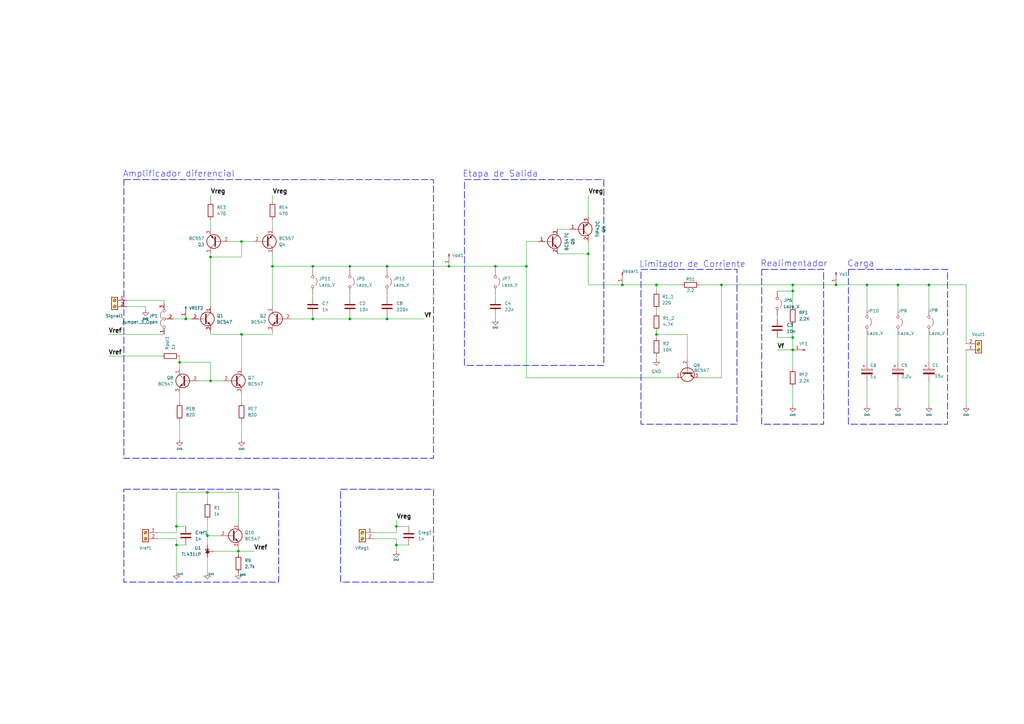
<source format=kicad_sch>
(kicad_sch
	(version 20250114)
	(generator "eeschema")
	(generator_version "9.0")
	(uuid "7cd59aed-9f75-44ff-9d7b-bf528def2913")
	(paper "A3")
	(lib_symbols
		(symbol "Connector:Conn_01x01_Pin"
			(pin_names
				(offset 1.016)
				(hide yes)
			)
			(exclude_from_sim no)
			(in_bom yes)
			(on_board yes)
			(property "Reference" "J"
				(at 0 2.54 0)
				(effects
					(font
						(size 1.27 1.27)
					)
				)
			)
			(property "Value" "Conn_01x01_Pin"
				(at 0 -2.54 0)
				(effects
					(font
						(size 1.27 1.27)
					)
				)
			)
			(property "Footprint" ""
				(at 0 0 0)
				(effects
					(font
						(size 1.27 1.27)
					)
					(hide yes)
				)
			)
			(property "Datasheet" "~"
				(at 0 0 0)
				(effects
					(font
						(size 1.27 1.27)
					)
					(hide yes)
				)
			)
			(property "Description" "Generic connector, single row, 01x01, script generated"
				(at 0 0 0)
				(effects
					(font
						(size 1.27 1.27)
					)
					(hide yes)
				)
			)
			(property "ki_locked" ""
				(at 0 0 0)
				(effects
					(font
						(size 1.27 1.27)
					)
				)
			)
			(property "ki_keywords" "connector"
				(at 0 0 0)
				(effects
					(font
						(size 1.27 1.27)
					)
					(hide yes)
				)
			)
			(property "ki_fp_filters" "Connector*:*_1x??_*"
				(at 0 0 0)
				(effects
					(font
						(size 1.27 1.27)
					)
					(hide yes)
				)
			)
			(symbol "Conn_01x01_Pin_1_1"
				(rectangle
					(start 0.8636 0.127)
					(end 0 -0.127)
					(stroke
						(width 0.1524)
						(type default)
					)
					(fill
						(type outline)
					)
				)
				(polyline
					(pts
						(xy 1.27 0) (xy 0.8636 0)
					)
					(stroke
						(width 0.1524)
						(type default)
					)
					(fill
						(type none)
					)
				)
				(pin passive line
					(at 5.08 0 180)
					(length 3.81)
					(name "Pin_1"
						(effects
							(font
								(size 1.27 1.27)
							)
						)
					)
					(number "1"
						(effects
							(font
								(size 1.27 1.27)
							)
						)
					)
				)
			)
			(embedded_fonts no)
		)
		(symbol "Connector:Screw_Terminal_01x02"
			(pin_names
				(offset 1.016)
				(hide yes)
			)
			(exclude_from_sim no)
			(in_bom yes)
			(on_board yes)
			(property "Reference" "J"
				(at 0 2.54 0)
				(effects
					(font
						(size 1.27 1.27)
					)
				)
			)
			(property "Value" "Screw_Terminal_01x02"
				(at 0 -5.08 0)
				(effects
					(font
						(size 1.27 1.27)
					)
				)
			)
			(property "Footprint" ""
				(at 0 0 0)
				(effects
					(font
						(size 1.27 1.27)
					)
					(hide yes)
				)
			)
			(property "Datasheet" "~"
				(at 0 0 0)
				(effects
					(font
						(size 1.27 1.27)
					)
					(hide yes)
				)
			)
			(property "Description" "Generic screw terminal, single row, 01x02, script generated (kicad-library-utils/schlib/autogen/connector/)"
				(at 0 0 0)
				(effects
					(font
						(size 1.27 1.27)
					)
					(hide yes)
				)
			)
			(property "ki_keywords" "screw terminal"
				(at 0 0 0)
				(effects
					(font
						(size 1.27 1.27)
					)
					(hide yes)
				)
			)
			(property "ki_fp_filters" "TerminalBlock*:*"
				(at 0 0 0)
				(effects
					(font
						(size 1.27 1.27)
					)
					(hide yes)
				)
			)
			(symbol "Screw_Terminal_01x02_1_1"
				(rectangle
					(start -1.27 1.27)
					(end 1.27 -3.81)
					(stroke
						(width 0.254)
						(type default)
					)
					(fill
						(type background)
					)
				)
				(polyline
					(pts
						(xy -0.5334 0.3302) (xy 0.3302 -0.508)
					)
					(stroke
						(width 0.1524)
						(type default)
					)
					(fill
						(type none)
					)
				)
				(polyline
					(pts
						(xy -0.5334 -2.2098) (xy 0.3302 -3.048)
					)
					(stroke
						(width 0.1524)
						(type default)
					)
					(fill
						(type none)
					)
				)
				(polyline
					(pts
						(xy -0.3556 0.508) (xy 0.508 -0.3302)
					)
					(stroke
						(width 0.1524)
						(type default)
					)
					(fill
						(type none)
					)
				)
				(polyline
					(pts
						(xy -0.3556 -2.032) (xy 0.508 -2.8702)
					)
					(stroke
						(width 0.1524)
						(type default)
					)
					(fill
						(type none)
					)
				)
				(circle
					(center 0 0)
					(radius 0.635)
					(stroke
						(width 0.1524)
						(type default)
					)
					(fill
						(type none)
					)
				)
				(circle
					(center 0 -2.54)
					(radius 0.635)
					(stroke
						(width 0.1524)
						(type default)
					)
					(fill
						(type none)
					)
				)
				(pin passive line
					(at -5.08 0 0)
					(length 3.81)
					(name "Pin_1"
						(effects
							(font
								(size 1.27 1.27)
							)
						)
					)
					(number "1"
						(effects
							(font
								(size 1.27 1.27)
							)
						)
					)
				)
				(pin passive line
					(at -5.08 -2.54 0)
					(length 3.81)
					(name "Pin_2"
						(effects
							(font
								(size 1.27 1.27)
							)
						)
					)
					(number "2"
						(effects
							(font
								(size 1.27 1.27)
							)
						)
					)
				)
			)
			(embedded_fonts no)
		)
		(symbol "Device:C"
			(pin_numbers
				(hide yes)
			)
			(pin_names
				(offset 0.254)
			)
			(exclude_from_sim no)
			(in_bom yes)
			(on_board yes)
			(property "Reference" "C"
				(at 0.635 2.54 0)
				(effects
					(font
						(size 1.27 1.27)
					)
					(justify left)
				)
			)
			(property "Value" "C"
				(at 0.635 -2.54 0)
				(effects
					(font
						(size 1.27 1.27)
					)
					(justify left)
				)
			)
			(property "Footprint" ""
				(at 0.9652 -3.81 0)
				(effects
					(font
						(size 1.27 1.27)
					)
					(hide yes)
				)
			)
			(property "Datasheet" "~"
				(at 0 0 0)
				(effects
					(font
						(size 1.27 1.27)
					)
					(hide yes)
				)
			)
			(property "Description" "Unpolarized capacitor"
				(at 0 0 0)
				(effects
					(font
						(size 1.27 1.27)
					)
					(hide yes)
				)
			)
			(property "ki_keywords" "cap capacitor"
				(at 0 0 0)
				(effects
					(font
						(size 1.27 1.27)
					)
					(hide yes)
				)
			)
			(property "ki_fp_filters" "C_*"
				(at 0 0 0)
				(effects
					(font
						(size 1.27 1.27)
					)
					(hide yes)
				)
			)
			(symbol "C_0_1"
				(polyline
					(pts
						(xy -2.032 0.762) (xy 2.032 0.762)
					)
					(stroke
						(width 0.508)
						(type default)
					)
					(fill
						(type none)
					)
				)
				(polyline
					(pts
						(xy -2.032 -0.762) (xy 2.032 -0.762)
					)
					(stroke
						(width 0.508)
						(type default)
					)
					(fill
						(type none)
					)
				)
			)
			(symbol "C_1_1"
				(pin passive line
					(at 0 3.81 270)
					(length 2.794)
					(name "~"
						(effects
							(font
								(size 1.27 1.27)
							)
						)
					)
					(number "1"
						(effects
							(font
								(size 1.27 1.27)
							)
						)
					)
				)
				(pin passive line
					(at 0 -3.81 90)
					(length 2.794)
					(name "~"
						(effects
							(font
								(size 1.27 1.27)
							)
						)
					)
					(number "2"
						(effects
							(font
								(size 1.27 1.27)
							)
						)
					)
				)
			)
			(embedded_fonts no)
		)
		(symbol "Device:C_Polarized"
			(pin_numbers
				(hide yes)
			)
			(pin_names
				(offset 0.254)
			)
			(exclude_from_sim no)
			(in_bom yes)
			(on_board yes)
			(property "Reference" "C"
				(at 0.635 2.54 0)
				(effects
					(font
						(size 1.27 1.27)
					)
					(justify left)
				)
			)
			(property "Value" "C_Polarized"
				(at 0.635 -2.54 0)
				(effects
					(font
						(size 1.27 1.27)
					)
					(justify left)
				)
			)
			(property "Footprint" ""
				(at 0.9652 -3.81 0)
				(effects
					(font
						(size 1.27 1.27)
					)
					(hide yes)
				)
			)
			(property "Datasheet" "~"
				(at 0 0 0)
				(effects
					(font
						(size 1.27 1.27)
					)
					(hide yes)
				)
			)
			(property "Description" "Polarized capacitor"
				(at 0 0 0)
				(effects
					(font
						(size 1.27 1.27)
					)
					(hide yes)
				)
			)
			(property "ki_keywords" "cap capacitor"
				(at 0 0 0)
				(effects
					(font
						(size 1.27 1.27)
					)
					(hide yes)
				)
			)
			(property "ki_fp_filters" "CP_*"
				(at 0 0 0)
				(effects
					(font
						(size 1.27 1.27)
					)
					(hide yes)
				)
			)
			(symbol "C_Polarized_0_1"
				(rectangle
					(start -2.286 0.508)
					(end 2.286 1.016)
					(stroke
						(width 0)
						(type default)
					)
					(fill
						(type none)
					)
				)
				(polyline
					(pts
						(xy -1.778 2.286) (xy -0.762 2.286)
					)
					(stroke
						(width 0)
						(type default)
					)
					(fill
						(type none)
					)
				)
				(polyline
					(pts
						(xy -1.27 2.794) (xy -1.27 1.778)
					)
					(stroke
						(width 0)
						(type default)
					)
					(fill
						(type none)
					)
				)
				(rectangle
					(start 2.286 -0.508)
					(end -2.286 -1.016)
					(stroke
						(width 0)
						(type default)
					)
					(fill
						(type outline)
					)
				)
			)
			(symbol "C_Polarized_1_1"
				(pin passive line
					(at 0 3.81 270)
					(length 2.794)
					(name "~"
						(effects
							(font
								(size 1.27 1.27)
							)
						)
					)
					(number "1"
						(effects
							(font
								(size 1.27 1.27)
							)
						)
					)
				)
				(pin passive line
					(at 0 -3.81 90)
					(length 2.794)
					(name "~"
						(effects
							(font
								(size 1.27 1.27)
							)
						)
					)
					(number "2"
						(effects
							(font
								(size 1.27 1.27)
							)
						)
					)
				)
			)
			(embedded_fonts no)
		)
		(symbol "Device:R"
			(pin_numbers
				(hide yes)
			)
			(pin_names
				(offset 0)
			)
			(exclude_from_sim no)
			(in_bom yes)
			(on_board yes)
			(property "Reference" "R"
				(at 2.032 0 90)
				(effects
					(font
						(size 1.27 1.27)
					)
				)
			)
			(property "Value" "R"
				(at 0 0 90)
				(effects
					(font
						(size 1.27 1.27)
					)
				)
			)
			(property "Footprint" ""
				(at -1.778 0 90)
				(effects
					(font
						(size 1.27 1.27)
					)
					(hide yes)
				)
			)
			(property "Datasheet" "~"
				(at 0 0 0)
				(effects
					(font
						(size 1.27 1.27)
					)
					(hide yes)
				)
			)
			(property "Description" "Resistor"
				(at 0 0 0)
				(effects
					(font
						(size 1.27 1.27)
					)
					(hide yes)
				)
			)
			(property "ki_keywords" "R res resistor"
				(at 0 0 0)
				(effects
					(font
						(size 1.27 1.27)
					)
					(hide yes)
				)
			)
			(property "ki_fp_filters" "R_*"
				(at 0 0 0)
				(effects
					(font
						(size 1.27 1.27)
					)
					(hide yes)
				)
			)
			(symbol "R_0_1"
				(rectangle
					(start -1.016 -2.54)
					(end 1.016 2.54)
					(stroke
						(width 0.254)
						(type default)
					)
					(fill
						(type none)
					)
				)
			)
			(symbol "R_1_1"
				(pin passive line
					(at 0 3.81 270)
					(length 1.27)
					(name "~"
						(effects
							(font
								(size 1.27 1.27)
							)
						)
					)
					(number "1"
						(effects
							(font
								(size 1.27 1.27)
							)
						)
					)
				)
				(pin passive line
					(at 0 -3.81 90)
					(length 1.27)
					(name "~"
						(effects
							(font
								(size 1.27 1.27)
							)
						)
					)
					(number "2"
						(effects
							(font
								(size 1.27 1.27)
							)
						)
					)
				)
			)
			(embedded_fonts no)
		)
		(symbol "Jumper:Jumper_2_Open"
			(pin_numbers
				(hide yes)
			)
			(pin_names
				(offset 0)
				(hide yes)
			)
			(exclude_from_sim yes)
			(in_bom yes)
			(on_board yes)
			(property "Reference" "JP"
				(at 0 2.794 0)
				(effects
					(font
						(size 1.27 1.27)
					)
				)
			)
			(property "Value" "Jumper_2_Open"
				(at 0 -2.286 0)
				(effects
					(font
						(size 1.27 1.27)
					)
				)
			)
			(property "Footprint" ""
				(at 0 0 0)
				(effects
					(font
						(size 1.27 1.27)
					)
					(hide yes)
				)
			)
			(property "Datasheet" "~"
				(at 0 0 0)
				(effects
					(font
						(size 1.27 1.27)
					)
					(hide yes)
				)
			)
			(property "Description" "Jumper, 2-pole, open"
				(at 0 0 0)
				(effects
					(font
						(size 1.27 1.27)
					)
					(hide yes)
				)
			)
			(property "ki_keywords" "Jumper SPST"
				(at 0 0 0)
				(effects
					(font
						(size 1.27 1.27)
					)
					(hide yes)
				)
			)
			(property "ki_fp_filters" "Jumper* TestPoint*2Pads* TestPoint*Bridge*"
				(at 0 0 0)
				(effects
					(font
						(size 1.27 1.27)
					)
					(hide yes)
				)
			)
			(symbol "Jumper_2_Open_0_0"
				(circle
					(center -2.032 0)
					(radius 0.508)
					(stroke
						(width 0)
						(type default)
					)
					(fill
						(type none)
					)
				)
				(circle
					(center 2.032 0)
					(radius 0.508)
					(stroke
						(width 0)
						(type default)
					)
					(fill
						(type none)
					)
				)
			)
			(symbol "Jumper_2_Open_0_1"
				(arc
					(start -1.524 1.27)
					(mid 0 1.778)
					(end 1.524 1.27)
					(stroke
						(width 0)
						(type default)
					)
					(fill
						(type none)
					)
				)
			)
			(symbol "Jumper_2_Open_1_1"
				(pin passive line
					(at -5.08 0 0)
					(length 2.54)
					(name "A"
						(effects
							(font
								(size 1.27 1.27)
							)
						)
					)
					(number "1"
						(effects
							(font
								(size 1.27 1.27)
							)
						)
					)
				)
				(pin passive line
					(at 5.08 0 180)
					(length 2.54)
					(name "B"
						(effects
							(font
								(size 1.27 1.27)
							)
						)
					)
					(number "2"
						(effects
							(font
								(size 1.27 1.27)
							)
						)
					)
				)
			)
			(embedded_fonts no)
		)
		(symbol "Jumper:Jumper_3_Open"
			(pin_names
				(offset 0)
				(hide yes)
			)
			(exclude_from_sim no)
			(in_bom no)
			(on_board yes)
			(property "Reference" "JP"
				(at -2.54 -2.54 0)
				(effects
					(font
						(size 1.27 1.27)
					)
				)
			)
			(property "Value" "Jumper_3_Open"
				(at 0 2.794 0)
				(effects
					(font
						(size 1.27 1.27)
					)
				)
			)
			(property "Footprint" ""
				(at 0 0 0)
				(effects
					(font
						(size 1.27 1.27)
					)
					(hide yes)
				)
			)
			(property "Datasheet" "~"
				(at 0 0 0)
				(effects
					(font
						(size 1.27 1.27)
					)
					(hide yes)
				)
			)
			(property "Description" "Jumper, 3-pole, both open"
				(at 0 0 0)
				(effects
					(font
						(size 1.27 1.27)
					)
					(hide yes)
				)
			)
			(property "ki_keywords" "Jumper SPDT"
				(at 0 0 0)
				(effects
					(font
						(size 1.27 1.27)
					)
					(hide yes)
				)
			)
			(property "ki_fp_filters" "Jumper* TestPoint*3Pads* TestPoint*Bridge*"
				(at 0 0 0)
				(effects
					(font
						(size 1.27 1.27)
					)
					(hide yes)
				)
			)
			(symbol "Jumper_3_Open_0_0"
				(circle
					(center -3.302 0)
					(radius 0.508)
					(stroke
						(width 0)
						(type default)
					)
					(fill
						(type none)
					)
				)
				(circle
					(center 0 0)
					(radius 0.508)
					(stroke
						(width 0)
						(type default)
					)
					(fill
						(type none)
					)
				)
				(circle
					(center 3.302 0)
					(radius 0.508)
					(stroke
						(width 0)
						(type default)
					)
					(fill
						(type none)
					)
				)
			)
			(symbol "Jumper_3_Open_0_1"
				(arc
					(start -3.048 1.016)
					(mid -1.651 1.4992)
					(end -0.254 1.016)
					(stroke
						(width 0)
						(type default)
					)
					(fill
						(type none)
					)
				)
				(polyline
					(pts
						(xy 0 -0.508) (xy 0 -1.27)
					)
					(stroke
						(width 0)
						(type default)
					)
					(fill
						(type none)
					)
				)
				(arc
					(start 0.254 1.016)
					(mid 1.651 1.4992)
					(end 3.048 1.016)
					(stroke
						(width 0)
						(type default)
					)
					(fill
						(type none)
					)
				)
			)
			(symbol "Jumper_3_Open_1_1"
				(pin passive line
					(at -6.35 0 0)
					(length 2.54)
					(name "A"
						(effects
							(font
								(size 1.27 1.27)
							)
						)
					)
					(number "1"
						(effects
							(font
								(size 1.27 1.27)
							)
						)
					)
				)
				(pin passive line
					(at 0 -3.81 90)
					(length 2.54)
					(name "C"
						(effects
							(font
								(size 1.27 1.27)
							)
						)
					)
					(number "2"
						(effects
							(font
								(size 1.27 1.27)
							)
						)
					)
				)
				(pin passive line
					(at 6.35 0 180)
					(length 2.54)
					(name "B"
						(effects
							(font
								(size 1.27 1.27)
							)
						)
					)
					(number "3"
						(effects
							(font
								(size 1.27 1.27)
							)
						)
					)
				)
			)
			(embedded_fonts no)
		)
		(symbol "Jumper_2_Open_1"
			(pin_numbers
				(hide yes)
			)
			(pin_names
				(offset 0)
				(hide yes)
			)
			(exclude_from_sim no)
			(in_bom yes)
			(on_board yes)
			(property "Reference" "JP"
				(at 0 2.794 0)
				(effects
					(font
						(size 1.27 1.27)
					)
				)
			)
			(property "Value" "Jumper_2_Open"
				(at 0 -2.286 0)
				(effects
					(font
						(size 1.27 1.27)
					)
				)
			)
			(property "Footprint" ""
				(at 0 0 0)
				(effects
					(font
						(size 1.27 1.27)
					)
					(hide yes)
				)
			)
			(property "Datasheet" "~"
				(at 0 0 0)
				(effects
					(font
						(size 1.27 1.27)
					)
					(hide yes)
				)
			)
			(property "Description" "Jumper, 2-pole, open"
				(at 0 0 0)
				(effects
					(font
						(size 1.27 1.27)
					)
					(hide yes)
				)
			)
			(property "ki_keywords" "Jumper SPST"
				(at 0 0 0)
				(effects
					(font
						(size 1.27 1.27)
					)
					(hide yes)
				)
			)
			(property "ki_fp_filters" "Jumper* TestPoint*2Pads* TestPoint*Bridge*"
				(at 0 0 0)
				(effects
					(font
						(size 1.27 1.27)
					)
					(hide yes)
				)
			)
			(symbol "Jumper_2_Open_1_0_0"
				(circle
					(center -2.032 0)
					(radius 0.508)
					(stroke
						(width 0)
						(type default)
					)
					(fill
						(type none)
					)
				)
				(circle
					(center 2.032 0)
					(radius 0.508)
					(stroke
						(width 0)
						(type default)
					)
					(fill
						(type none)
					)
				)
			)
			(symbol "Jumper_2_Open_1_0_1"
				(arc
					(start -1.524 1.27)
					(mid 0 1.778)
					(end 1.524 1.27)
					(stroke
						(width 0)
						(type default)
					)
					(fill
						(type none)
					)
				)
			)
			(symbol "Jumper_2_Open_1_1_1"
				(pin passive line
					(at -5.08 0 0)
					(length 2.54)
					(name "A"
						(effects
							(font
								(size 1.27 1.27)
							)
						)
					)
					(number "1"
						(effects
							(font
								(size 1.27 1.27)
							)
						)
					)
				)
				(pin passive line
					(at 5.08 0 180)
					(length 2.54)
					(name "B"
						(effects
							(font
								(size 1.27 1.27)
							)
						)
					)
					(number "2"
						(effects
							(font
								(size 1.27 1.27)
							)
						)
					)
				)
			)
			(embedded_fonts no)
		)
		(symbol "Reference_Voltage:TL431LP"
			(pin_numbers
				(hide yes)
			)
			(pin_names
				(hide yes)
			)
			(exclude_from_sim no)
			(in_bom yes)
			(on_board yes)
			(property "Reference" "U"
				(at -2.54 2.54 0)
				(effects
					(font
						(size 1.27 1.27)
					)
				)
			)
			(property "Value" "TL431LP"
				(at 0 -2.54 0)
				(effects
					(font
						(size 1.27 1.27)
					)
				)
			)
			(property "Footprint" "Package_TO_SOT_THT:TO-92_Inline"
				(at 0 -4.826 0)
				(effects
					(font
						(size 1.27 1.27)
						(italic yes)
					)
					(hide yes)
				)
			)
			(property "Datasheet" "http://www.ti.com/lit/ds/symlink/tl431.pdf"
				(at 0.508 -7.112 0)
				(effects
					(font
						(size 1.27 1.27)
						(italic yes)
					)
					(hide yes)
				)
			)
			(property "Description" "Shunt Regulator, TO-92"
				(at 0 -8.89 0)
				(effects
					(font
						(size 1.27 1.27)
					)
					(hide yes)
				)
			)
			(property "ki_keywords" "diode device regulator shunt"
				(at 0 0 0)
				(effects
					(font
						(size 1.27 1.27)
					)
					(hide yes)
				)
			)
			(property "ki_fp_filters" "TO*92*"
				(at 0 0 0)
				(effects
					(font
						(size 1.27 1.27)
					)
					(hide yes)
				)
			)
			(symbol "TL431LP_0_1"
				(polyline
					(pts
						(xy -1.27 0) (xy 0 0) (xy 1.27 0)
					)
					(stroke
						(width 0)
						(type default)
					)
					(fill
						(type none)
					)
				)
				(polyline
					(pts
						(xy -0.762 -0.762) (xy -0.762 0.762) (xy 0.762 0) (xy -0.762 -0.762)
					)
					(stroke
						(width 0)
						(type default)
					)
					(fill
						(type outline)
					)
				)
				(polyline
					(pts
						(xy 0.254 -0.762) (xy 0.762 -0.762) (xy 0.762 0.762) (xy 0.762 0.762)
					)
					(stroke
						(width 0.254)
						(type default)
					)
					(fill
						(type none)
					)
				)
			)
			(symbol "TL431LP_1_1"
				(pin passive line
					(at -2.54 0 0)
					(length 2.54)
					(name "A"
						(effects
							(font
								(size 1.27 1.27)
							)
						)
					)
					(number "2"
						(effects
							(font
								(size 1.27 1.27)
							)
						)
					)
				)
				(pin passive line
					(at 0 2.54 270)
					(length 2.54)
					(name "REF"
						(effects
							(font
								(size 1.27 1.27)
							)
						)
					)
					(number "1"
						(effects
							(font
								(size 1.27 1.27)
							)
						)
					)
				)
				(pin passive line
					(at 2.54 0 180)
					(length 2.54)
					(name "K"
						(effects
							(font
								(size 1.27 1.27)
							)
						)
					)
					(number "3"
						(effects
							(font
								(size 1.27 1.27)
							)
						)
					)
				)
			)
			(embedded_fonts no)
		)
		(symbol "Transistor_BJT:2N3055"
			(pin_names
				(offset 0)
				(hide yes)
			)
			(exclude_from_sim no)
			(in_bom yes)
			(on_board yes)
			(property "Reference" "Q"
				(at 5.08 1.905 0)
				(effects
					(font
						(size 1.27 1.27)
					)
					(justify left)
				)
			)
			(property "Value" "2N3055"
				(at 5.08 0 0)
				(effects
					(font
						(size 1.27 1.27)
					)
					(justify left)
				)
			)
			(property "Footprint" "Package_TO_SOT_THT:TO-3"
				(at 5.08 -1.905 0)
				(effects
					(font
						(size 1.27 1.27)
						(italic yes)
					)
					(justify left)
					(hide yes)
				)
			)
			(property "Datasheet" "http://www.onsemi.com/pub_link/Collateral/2N3055-D.PDF"
				(at 0 0 0)
				(effects
					(font
						(size 1.27 1.27)
					)
					(justify left)
					(hide yes)
				)
			)
			(property "Description" "15A Ic, 60V Vce, Power NPN Transistor, TO-3"
				(at 0 0 0)
				(effects
					(font
						(size 1.27 1.27)
					)
					(hide yes)
				)
			)
			(property "ki_keywords" "power NPN Transistor"
				(at 0 0 0)
				(effects
					(font
						(size 1.27 1.27)
					)
					(hide yes)
				)
			)
			(property "ki_fp_filters" "TO?3*"
				(at 0 0 0)
				(effects
					(font
						(size 1.27 1.27)
					)
					(hide yes)
				)
			)
			(symbol "2N3055_0_1"
				(polyline
					(pts
						(xy -2.54 0) (xy 0.635 0)
					)
					(stroke
						(width 0)
						(type default)
					)
					(fill
						(type none)
					)
				)
				(polyline
					(pts
						(xy 0.635 1.905) (xy 0.635 -1.905)
					)
					(stroke
						(width 0.508)
						(type default)
					)
					(fill
						(type none)
					)
				)
				(circle
					(center 1.27 0)
					(radius 2.8194)
					(stroke
						(width 0.254)
						(type default)
					)
					(fill
						(type none)
					)
				)
			)
			(symbol "2N3055_1_1"
				(polyline
					(pts
						(xy 0.635 0.635) (xy 2.54 2.54)
					)
					(stroke
						(width 0)
						(type default)
					)
					(fill
						(type none)
					)
				)
				(polyline
					(pts
						(xy 0.635 -0.635) (xy 2.54 -2.54)
					)
					(stroke
						(width 0)
						(type default)
					)
					(fill
						(type none)
					)
				)
				(polyline
					(pts
						(xy 1.27 -1.778) (xy 1.778 -1.27) (xy 2.286 -2.286) (xy 1.27 -1.778)
					)
					(stroke
						(width 0)
						(type default)
					)
					(fill
						(type outline)
					)
				)
				(pin input line
					(at -5.08 0 0)
					(length 2.54)
					(name "B"
						(effects
							(font
								(size 1.27 1.27)
							)
						)
					)
					(number "1"
						(effects
							(font
								(size 1.27 1.27)
							)
						)
					)
				)
				(pin passive line
					(at 2.54 5.08 270)
					(length 2.54)
					(name "C"
						(effects
							(font
								(size 1.27 1.27)
							)
						)
					)
					(number "3"
						(effects
							(font
								(size 1.27 1.27)
							)
						)
					)
				)
				(pin passive line
					(at 2.54 -5.08 90)
					(length 2.54)
					(name "E"
						(effects
							(font
								(size 1.27 1.27)
							)
						)
					)
					(number "2"
						(effects
							(font
								(size 1.27 1.27)
							)
						)
					)
				)
			)
			(embedded_fonts no)
		)
		(symbol "Transistor_BJT:BC547"
			(pin_names
				(offset 0)
				(hide yes)
			)
			(exclude_from_sim no)
			(in_bom yes)
			(on_board yes)
			(property "Reference" "Q"
				(at 5.08 1.905 0)
				(effects
					(font
						(size 1.27 1.27)
					)
					(justify left)
				)
			)
			(property "Value" "BC547"
				(at 5.08 0 0)
				(effects
					(font
						(size 1.27 1.27)
					)
					(justify left)
				)
			)
			(property "Footprint" "Package_TO_SOT_THT:TO-92_Inline"
				(at 5.08 -1.905 0)
				(effects
					(font
						(size 1.27 1.27)
						(italic yes)
					)
					(justify left)
					(hide yes)
				)
			)
			(property "Datasheet" "https://www.onsemi.com/pub/Collateral/BC550-D.pdf"
				(at 0 0 0)
				(effects
					(font
						(size 1.27 1.27)
					)
					(justify left)
					(hide yes)
				)
			)
			(property "Description" "0.1A Ic, 45V Vce, Small Signal NPN Transistor, TO-92"
				(at 0 0 0)
				(effects
					(font
						(size 1.27 1.27)
					)
					(hide yes)
				)
			)
			(property "ki_keywords" "NPN Transistor"
				(at 0 0 0)
				(effects
					(font
						(size 1.27 1.27)
					)
					(hide yes)
				)
			)
			(property "ki_fp_filters" "TO?92*"
				(at 0 0 0)
				(effects
					(font
						(size 1.27 1.27)
					)
					(hide yes)
				)
			)
			(symbol "BC547_0_1"
				(polyline
					(pts
						(xy -2.54 0) (xy 0.635 0)
					)
					(stroke
						(width 0)
						(type default)
					)
					(fill
						(type none)
					)
				)
				(polyline
					(pts
						(xy 0.635 1.905) (xy 0.635 -1.905)
					)
					(stroke
						(width 0.508)
						(type default)
					)
					(fill
						(type none)
					)
				)
				(circle
					(center 1.27 0)
					(radius 2.8194)
					(stroke
						(width 0.254)
						(type default)
					)
					(fill
						(type none)
					)
				)
			)
			(symbol "BC547_1_1"
				(polyline
					(pts
						(xy 0.635 0.635) (xy 2.54 2.54)
					)
					(stroke
						(width 0)
						(type default)
					)
					(fill
						(type none)
					)
				)
				(polyline
					(pts
						(xy 0.635 -0.635) (xy 2.54 -2.54)
					)
					(stroke
						(width 0)
						(type default)
					)
					(fill
						(type none)
					)
				)
				(polyline
					(pts
						(xy 1.27 -1.778) (xy 1.778 -1.27) (xy 2.286 -2.286) (xy 1.27 -1.778)
					)
					(stroke
						(width 0)
						(type default)
					)
					(fill
						(type outline)
					)
				)
				(pin input line
					(at -5.08 0 0)
					(length 2.54)
					(name "B"
						(effects
							(font
								(size 1.27 1.27)
							)
						)
					)
					(number "2"
						(effects
							(font
								(size 1.27 1.27)
							)
						)
					)
				)
				(pin passive line
					(at 2.54 5.08 270)
					(length 2.54)
					(name "C"
						(effects
							(font
								(size 1.27 1.27)
							)
						)
					)
					(number "1"
						(effects
							(font
								(size 1.27 1.27)
							)
						)
					)
				)
				(pin passive line
					(at 2.54 -5.08 90)
					(length 2.54)
					(name "E"
						(effects
							(font
								(size 1.27 1.27)
							)
						)
					)
					(number "3"
						(effects
							(font
								(size 1.27 1.27)
							)
						)
					)
				)
			)
			(embedded_fonts no)
		)
		(symbol "Transistor_BJT:BC557"
			(pin_names
				(offset 0)
				(hide yes)
			)
			(exclude_from_sim no)
			(in_bom yes)
			(on_board yes)
			(property "Reference" "Q"
				(at 5.08 1.905 0)
				(effects
					(font
						(size 1.27 1.27)
					)
					(justify left)
				)
			)
			(property "Value" "BC557"
				(at 5.08 0 0)
				(effects
					(font
						(size 1.27 1.27)
					)
					(justify left)
				)
			)
			(property "Footprint" "Package_TO_SOT_THT:TO-92_Inline"
				(at 5.08 -1.905 0)
				(effects
					(font
						(size 1.27 1.27)
						(italic yes)
					)
					(justify left)
					(hide yes)
				)
			)
			(property "Datasheet" "https://www.onsemi.com/pub/Collateral/BC556BTA-D.pdf"
				(at 0 0 0)
				(effects
					(font
						(size 1.27 1.27)
					)
					(justify left)
					(hide yes)
				)
			)
			(property "Description" "0.1A Ic, 45V Vce, PNP Small Signal Transistor, TO-92"
				(at 0 0 0)
				(effects
					(font
						(size 1.27 1.27)
					)
					(hide yes)
				)
			)
			(property "ki_keywords" "PNP Transistor"
				(at 0 0 0)
				(effects
					(font
						(size 1.27 1.27)
					)
					(hide yes)
				)
			)
			(property "ki_fp_filters" "TO?92*"
				(at 0 0 0)
				(effects
					(font
						(size 1.27 1.27)
					)
					(hide yes)
				)
			)
			(symbol "BC557_0_1"
				(polyline
					(pts
						(xy -2.54 0) (xy 0.635 0)
					)
					(stroke
						(width 0)
						(type default)
					)
					(fill
						(type none)
					)
				)
				(polyline
					(pts
						(xy 0.635 1.905) (xy 0.635 -1.905)
					)
					(stroke
						(width 0.508)
						(type default)
					)
					(fill
						(type none)
					)
				)
				(polyline
					(pts
						(xy 0.635 0.635) (xy 2.54 2.54)
					)
					(stroke
						(width 0)
						(type default)
					)
					(fill
						(type none)
					)
				)
				(polyline
					(pts
						(xy 0.635 -0.635) (xy 2.54 -2.54)
					)
					(stroke
						(width 0)
						(type default)
					)
					(fill
						(type none)
					)
				)
				(circle
					(center 1.27 0)
					(radius 2.8194)
					(stroke
						(width 0.254)
						(type default)
					)
					(fill
						(type none)
					)
				)
				(polyline
					(pts
						(xy 2.286 -1.778) (xy 1.778 -2.286) (xy 1.27 -1.27) (xy 2.286 -1.778)
					)
					(stroke
						(width 0)
						(type default)
					)
					(fill
						(type outline)
					)
				)
			)
			(symbol "BC557_1_1"
				(pin input line
					(at -5.08 0 0)
					(length 2.54)
					(name "B"
						(effects
							(font
								(size 1.27 1.27)
							)
						)
					)
					(number "2"
						(effects
							(font
								(size 1.27 1.27)
							)
						)
					)
				)
				(pin passive line
					(at 2.54 5.08 270)
					(length 2.54)
					(name "C"
						(effects
							(font
								(size 1.27 1.27)
							)
						)
					)
					(number "1"
						(effects
							(font
								(size 1.27 1.27)
							)
						)
					)
				)
				(pin passive line
					(at 2.54 -5.08 90)
					(length 2.54)
					(name "E"
						(effects
							(font
								(size 1.27 1.27)
							)
						)
					)
					(number "3"
						(effects
							(font
								(size 1.27 1.27)
							)
						)
					)
				)
			)
			(embedded_fonts no)
		)
		(symbol "Transistor_BJT:TIP42C"
			(pin_names
				(offset 0)
				(hide yes)
			)
			(exclude_from_sim no)
			(in_bom yes)
			(on_board yes)
			(property "Reference" "Q"
				(at 6.35 1.905 0)
				(effects
					(font
						(size 1.27 1.27)
					)
					(justify left)
				)
			)
			(property "Value" "TIP42C"
				(at 6.35 0 0)
				(effects
					(font
						(size 1.27 1.27)
					)
					(justify left)
				)
			)
			(property "Footprint" "Package_TO_SOT_THT:TO-220-3_Vertical"
				(at 6.35 -1.905 0)
				(effects
					(font
						(size 1.27 1.27)
						(italic yes)
					)
					(justify left)
					(hide yes)
				)
			)
			(property "Datasheet" "https://www.centralsemi.com/get_document.php?cmp=1&mergetype=pd&mergepath=pd&pdf_id=TIP42.PDF"
				(at 0 0 0)
				(effects
					(font
						(size 1.27 1.27)
					)
					(justify left)
					(hide yes)
				)
			)
			(property "Description" "-6A Ic, -100V Vce, Power PNP Transistor, TO-220"
				(at 0 0 0)
				(effects
					(font
						(size 1.27 1.27)
					)
					(hide yes)
				)
			)
			(property "ki_keywords" "power PNP Transistor"
				(at 0 0 0)
				(effects
					(font
						(size 1.27 1.27)
					)
					(hide yes)
				)
			)
			(property "ki_fp_filters" "TO?220*"
				(at 0 0 0)
				(effects
					(font
						(size 1.27 1.27)
					)
					(hide yes)
				)
			)
			(symbol "TIP42C_0_1"
				(polyline
					(pts
						(xy -2.54 0) (xy 0.635 0)
					)
					(stroke
						(width 0)
						(type default)
					)
					(fill
						(type none)
					)
				)
				(polyline
					(pts
						(xy 0.635 1.905) (xy 0.635 -1.905)
					)
					(stroke
						(width 0.508)
						(type default)
					)
					(fill
						(type none)
					)
				)
				(polyline
					(pts
						(xy 0.635 0.635) (xy 2.54 2.54)
					)
					(stroke
						(width 0)
						(type default)
					)
					(fill
						(type none)
					)
				)
				(polyline
					(pts
						(xy 0.635 -0.635) (xy 2.54 -2.54)
					)
					(stroke
						(width 0)
						(type default)
					)
					(fill
						(type none)
					)
				)
				(circle
					(center 1.27 0)
					(radius 2.8194)
					(stroke
						(width 0.254)
						(type default)
					)
					(fill
						(type none)
					)
				)
				(polyline
					(pts
						(xy 2.286 -1.778) (xy 1.778 -2.286) (xy 1.27 -1.27) (xy 2.286 -1.778)
					)
					(stroke
						(width 0)
						(type default)
					)
					(fill
						(type outline)
					)
				)
			)
			(symbol "TIP42C_1_1"
				(pin input line
					(at -5.08 0 0)
					(length 2.54)
					(name "B"
						(effects
							(font
								(size 1.27 1.27)
							)
						)
					)
					(number "1"
						(effects
							(font
								(size 1.27 1.27)
							)
						)
					)
				)
				(pin passive line
					(at 2.54 5.08 270)
					(length 2.54)
					(name "C"
						(effects
							(font
								(size 1.27 1.27)
							)
						)
					)
					(number "2"
						(effects
							(font
								(size 1.27 1.27)
							)
						)
					)
				)
				(pin passive line
					(at 2.54 -5.08 90)
					(length 2.54)
					(name "E"
						(effects
							(font
								(size 1.27 1.27)
							)
						)
					)
					(number "3"
						(effects
							(font
								(size 1.27 1.27)
							)
						)
					)
				)
			)
			(embedded_fonts no)
		)
		(symbol "complex_hierarchy:GND"
			(power)
			(pin_names
				(offset 0)
			)
			(exclude_from_sim no)
			(in_bom yes)
			(on_board yes)
			(property "Reference" "#PWR"
				(at 0 -3.81 0)
				(effects
					(font
						(size 1.27 1.27)
					)
					(hide yes)
				)
			)
			(property "Value" "GND"
				(at 0 -3.1242 0)
				(effects
					(font
						(size 0.762 0.762)
					)
				)
			)
			(property "Footprint" ""
				(at 0 0 0)
				(effects
					(font
						(size 1.524 1.524)
					)
				)
			)
			(property "Datasheet" ""
				(at 0 0 0)
				(effects
					(font
						(size 1.524 1.524)
					)
				)
			)
			(property "Description" ""
				(at 0 0 0)
				(effects
					(font
						(size 1.27 1.27)
					)
					(hide yes)
				)
			)
			(symbol "GND_0_1"
				(polyline
					(pts
						(xy 0 0) (xy 0 -1.27) (xy 1.27 -1.27) (xy 0 -2.54) (xy -1.27 -1.27) (xy 0 -1.27)
					)
					(stroke
						(width 0)
						(type default)
					)
					(fill
						(type none)
					)
				)
			)
			(symbol "GND_1_1"
				(pin power_in line
					(at 0 0 270)
					(length 0)
					(hide yes)
					(name "GND"
						(effects
							(font
								(size 0.762 0.762)
							)
						)
					)
					(number "1"
						(effects
							(font
								(size 0.508 0.508)
							)
						)
					)
				)
			)
			(embedded_fonts no)
		)
		(symbol "complex_hierarchy:R"
			(pin_numbers
				(hide yes)
			)
			(pin_names
				(offset 0)
			)
			(exclude_from_sim no)
			(in_bom yes)
			(on_board yes)
			(property "Reference" "R"
				(at 2.032 0 90)
				(effects
					(font
						(size 1.27 1.27)
					)
				)
			)
			(property "Value" "R"
				(at 0 0 90)
				(effects
					(font
						(size 1.27 1.27)
					)
				)
			)
			(property "Footprint" ""
				(at -1.778 0 90)
				(effects
					(font
						(size 0.762 0.762)
					)
				)
			)
			(property "Datasheet" ""
				(at 0 0 0)
				(effects
					(font
						(size 0.762 0.762)
					)
				)
			)
			(property "Description" ""
				(at 0 0 0)
				(effects
					(font
						(size 1.27 1.27)
					)
					(hide yes)
				)
			)
			(property "ki_fp_filters" "R_* Resistor_*"
				(at 0 0 0)
				(effects
					(font
						(size 1.27 1.27)
					)
					(hide yes)
				)
			)
			(symbol "R_0_1"
				(rectangle
					(start -1.016 -2.54)
					(end 1.016 2.54)
					(stroke
						(width 0.254)
						(type default)
					)
					(fill
						(type none)
					)
				)
			)
			(symbol "R_1_1"
				(pin passive line
					(at 0 3.81 270)
					(length 1.27)
					(name "~"
						(effects
							(font
								(size 1.524 1.524)
							)
						)
					)
					(number "1"
						(effects
							(font
								(size 1.524 1.524)
							)
						)
					)
				)
				(pin passive line
					(at 0 -3.81 90)
					(length 1.27)
					(name "~"
						(effects
							(font
								(size 1.524 1.524)
							)
						)
					)
					(number "2"
						(effects
							(font
								(size 1.524 1.524)
							)
						)
					)
				)
			)
			(embedded_fonts no)
		)
		(symbol "power:GND"
			(power)
			(pin_numbers
				(hide yes)
			)
			(pin_names
				(offset 0)
				(hide yes)
			)
			(exclude_from_sim no)
			(in_bom yes)
			(on_board yes)
			(property "Reference" "#PWR"
				(at 0 -6.35 0)
				(effects
					(font
						(size 1.27 1.27)
					)
					(hide yes)
				)
			)
			(property "Value" "GND"
				(at 0 -3.81 0)
				(effects
					(font
						(size 1.27 1.27)
					)
				)
			)
			(property "Footprint" ""
				(at 0 0 0)
				(effects
					(font
						(size 1.27 1.27)
					)
					(hide yes)
				)
			)
			(property "Datasheet" ""
				(at 0 0 0)
				(effects
					(font
						(size 1.27 1.27)
					)
					(hide yes)
				)
			)
			(property "Description" "Power symbol creates a global label with name \"GND\" , ground"
				(at 0 0 0)
				(effects
					(font
						(size 1.27 1.27)
					)
					(hide yes)
				)
			)
			(property "ki_keywords" "global power"
				(at 0 0 0)
				(effects
					(font
						(size 1.27 1.27)
					)
					(hide yes)
				)
			)
			(symbol "GND_0_1"
				(polyline
					(pts
						(xy 0 0) (xy 0 -1.27) (xy 1.27 -1.27) (xy 0 -2.54) (xy -1.27 -1.27) (xy 0 -1.27)
					)
					(stroke
						(width 0)
						(type default)
					)
					(fill
						(type none)
					)
				)
			)
			(symbol "GND_1_1"
				(pin power_in line
					(at 0 0 270)
					(length 0)
					(name "~"
						(effects
							(font
								(size 1.27 1.27)
							)
						)
					)
					(number "1"
						(effects
							(font
								(size 1.27 1.27)
							)
						)
					)
				)
			)
			(embedded_fonts no)
		)
	)
	(rectangle
		(start 50.8 200.66)
		(end 114.3 238.76)
		(stroke
			(width 0.254)
			(type dash)
		)
		(fill
			(type none)
		)
		(uuid 1a442d0b-4b81-4c53-ae4e-f0afb672af0e)
	)
	(rectangle
		(start 139.7 200.66)
		(end 177.8 238.76)
		(stroke
			(width 0.254)
			(type dash)
		)
		(fill
			(type none)
		)
		(uuid 77c4b4f5-422d-4e67-b654-f64f304e9f0c)
	)
	(rectangle
		(start 50.8 73.66)
		(end 177.8 187.96)
		(stroke
			(width 0.254)
			(type dash)
		)
		(fill
			(type none)
		)
		(uuid 92c627e9-3581-4021-b0b5-d66647744624)
	)
	(rectangle
		(start 262.89 110.49)
		(end 302.26 173.99)
		(stroke
			(width 0.254)
			(type dash)
		)
		(fill
			(type none)
		)
		(uuid d1fc051d-caf2-45f1-82b4-a3cfb19eeca9)
	)
	(rectangle
		(start 190.5 73.66)
		(end 247.65 149.86)
		(stroke
			(width 0.254)
			(type dash)
		)
		(fill
			(type none)
		)
		(uuid d3350544-0608-4a61-b504-ecdc0daa013b)
	)
	(rectangle
		(start 347.98 110.49)
		(end 388.62 173.99)
		(stroke
			(width 0.254)
			(type dash)
		)
		(fill
			(type none)
		)
		(uuid d6b40688-3ab5-48e6-b82d-35a1bda71c17)
	)
	(rectangle
		(start 312.42 110.49)
		(end 337.82 173.99)
		(stroke
			(width 0.254)
			(type dash)
		)
		(fill
			(type none)
		)
		(uuid f5be4c1d-d491-4e59-96f0-6be0ea571574)
	)
	(text "Limitador de Corriente"
		(exclude_from_sim no)
		(at 283.972 108.458 0)
		(effects
			(font
				(size 2.54 2.54)
			)
		)
		(uuid "3d8b1a28-b50e-4464-a6f0-0d18b0261d77")
	)
	(text "Carga"
		(exclude_from_sim no)
		(at 353.06 108.204 0)
		(effects
			(font
				(size 2.54 2.54)
			)
		)
		(uuid "3eb1edf6-353a-4a2e-aa57-e3b977394c2a")
	)
	(text "Realimentador"
		(exclude_from_sim no)
		(at 325.628 108.204 0)
		(effects
			(font
				(size 2.54 2.54)
			)
		)
		(uuid "4f54ba9d-6357-4610-90bf-cfbc02405e18")
	)
	(text "Etapa de Salida"
		(exclude_from_sim no)
		(at 205.232 71.374 0)
		(effects
			(font
				(size 2.54 2.54)
			)
		)
		(uuid "84203f93-8e01-4be7-844e-13ed1608d52b")
	)
	(text "Amplificador diferencial"
		(exclude_from_sim no)
		(at 73.406 71.374 0)
		(effects
			(font
				(size 2.54 2.54)
			)
		)
		(uuid "86b7d694-76ce-45b7-8de8-f33e24dc7aa6")
	)
	(junction
		(at 97.79 226.06)
		(diameter 0)
		(color 0 0 0 0)
		(uuid "053e925d-3186-40c8-9a23-2eec28b9f947")
	)
	(junction
		(at 76.2 130.81)
		(diameter 0)
		(color 0 0 0 0)
		(uuid "0f917c55-432b-484a-a583-62d711f46997")
	)
	(junction
		(at 158.75 130.81)
		(diameter 0)
		(color 0 0 0 0)
		(uuid "15c48c09-2b0d-4981-904e-35e2bf3456a5")
	)
	(junction
		(at 111.76 109.22)
		(diameter 0)
		(color 0 0 0 0)
		(uuid "24421e89-b753-44c6-8b7e-c4b54108b15f")
	)
	(junction
		(at 241.3 104.14)
		(diameter 0)
		(color 0 0 0 0)
		(uuid "27ecb77f-c18e-4134-927c-48508f242e73")
	)
	(junction
		(at 325.12 116.84)
		(diameter 0)
		(color 0 0 0 0)
		(uuid "3c4b6741-a443-4f17-a9ea-0ef09fd68e38")
	)
	(junction
		(at 73.66 148.59)
		(diameter 0)
		(color 0 0 0 0)
		(uuid "4042dc85-240c-4d70-a81d-15aef638a5d7")
	)
	(junction
		(at 86.36 105.41)
		(diameter 0)
		(color 0 0 0 0)
		(uuid "55e96401-4753-4d5e-a9ab-05a972abf582")
	)
	(junction
		(at 325.12 119.38)
		(diameter 0)
		(color 0 0 0 0)
		(uuid "56b20fec-df57-4648-a180-c397b6c23ba9")
	)
	(junction
		(at 215.9 109.22)
		(diameter 0)
		(color 0 0 0 0)
		(uuid "5c2f528b-a0ee-4d35-852d-18573be0aedb")
	)
	(junction
		(at 325.12 143.51)
		(diameter 0)
		(color 0 0 0 0)
		(uuid "5d8ea5c0-9fc0-464a-bebf-301206f4f1a0")
	)
	(junction
		(at 86.36 156.21)
		(diameter 0)
		(color 0 0 0 0)
		(uuid "674e7f02-9001-488d-ae22-3862fdef4e44")
	)
	(junction
		(at 128.27 130.81)
		(diameter 0)
		(color 0 0 0 0)
		(uuid "68709c0b-2bc5-4be5-89c4-ecd465f195ef")
	)
	(junction
		(at 255.27 116.84)
		(diameter 0)
		(color 0 0 0 0)
		(uuid "6b0ca7f4-711d-4d55-85fe-e7ba206e8733")
	)
	(junction
		(at 325.12 138.43)
		(diameter 0)
		(color 0 0 0 0)
		(uuid "71623008-befb-4885-81f1-0cab2dc31ef1")
	)
	(junction
		(at 158.75 109.22)
		(diameter 0)
		(color 0 0 0 0)
		(uuid "79198ae2-4c62-4ce5-9f3b-f80206bf1f80")
	)
	(junction
		(at 381 116.84)
		(diameter 0)
		(color 0 0 0 0)
		(uuid "8146cb08-19fc-4a5a-a164-f40826b5c937")
	)
	(junction
		(at 203.2 109.22)
		(diameter 0)
		(color 0 0 0 0)
		(uuid "845bf2f3-6f28-43ab-bbc8-4ac7c5ef6bed")
	)
	(junction
		(at 143.51 109.22)
		(diameter 0)
		(color 0 0 0 0)
		(uuid "8c94de0a-7700-4443-b287-cf6e31671b58")
	)
	(junction
		(at 295.91 116.84)
		(diameter 0)
		(color 0 0 0 0)
		(uuid "9a34aa3c-e0b3-44f7-9d7f-dcca79451fb1")
	)
	(junction
		(at 143.51 130.81)
		(diameter 0)
		(color 0 0 0 0)
		(uuid "9eea5ad9-b120-49cf-83f7-deb3ae1d3d3a")
	)
	(junction
		(at 342.9 116.84)
		(diameter 0)
		(color 0 0 0 0)
		(uuid "a67db1bb-c7ba-44d7-8d70-b354ed93ce71")
	)
	(junction
		(at 85.09 201.93)
		(diameter 0)
		(color 0 0 0 0)
		(uuid "a7741933-81c9-471d-aeae-0856a9445d2a")
	)
	(junction
		(at 72.39 223.52)
		(diameter 0)
		(color 0 0 0 0)
		(uuid "acca6255-704a-4c3f-a32c-f78df2c5ca36")
	)
	(junction
		(at 162.56 215.9)
		(diameter 0)
		(color 0 0 0 0)
		(uuid "b88b464f-5ab6-4f66-9426-8c1b7ed7d34b")
	)
	(junction
		(at 368.3 116.84)
		(diameter 0)
		(color 0 0 0 0)
		(uuid "c1a8df5b-4709-4736-a558-61f2c37d0401")
	)
	(junction
		(at 99.06 99.06)
		(diameter 0)
		(color 0 0 0 0)
		(uuid "c4d12853-1db8-4283-96f4-1c58b00dde96")
	)
	(junction
		(at 162.56 223.52)
		(diameter 0)
		(color 0 0 0 0)
		(uuid "d08f32b9-9c24-4517-9332-9baad7368601")
	)
	(junction
		(at 99.06 137.16)
		(diameter 0)
		(color 0 0 0 0)
		(uuid "d4a65aa1-8b34-4704-98b9-b73598fe4c9a")
	)
	(junction
		(at 128.27 109.22)
		(diameter 0)
		(color 0 0 0 0)
		(uuid "eb484d81-e9b3-4d33-a540-bde683aa1690")
	)
	(junction
		(at 269.24 137.16)
		(diameter 0)
		(color 0 0 0 0)
		(uuid "ec1f3e96-af6c-4995-8e13-cc6b69138d65")
	)
	(junction
		(at 85.09 219.71)
		(diameter 0)
		(color 0 0 0 0)
		(uuid "ecf91485-51d9-4d92-9364-c4f5d6492f0c")
	)
	(junction
		(at 184.15 109.22)
		(diameter 0)
		(color 0 0 0 0)
		(uuid "f9ab8036-4565-4a4e-b2f5-d371ad386d30")
	)
	(junction
		(at 355.6 116.84)
		(diameter 0)
		(color 0 0 0 0)
		(uuid "fb5215b9-b963-492d-bd9c-b9161d5d04be")
	)
	(junction
		(at 269.24 116.84)
		(diameter 0)
		(color 0 0 0 0)
		(uuid "fc43ce33-ffc7-4c59-bf25-3f4a0e14b46f")
	)
	(junction
		(at 72.39 215.9)
		(diameter 0)
		(color 0 0 0 0)
		(uuid "fd2de737-d434-411c-b8f1-30e66609263f")
	)
	(wire
		(pts
			(xy 162.56 215.9) (xy 167.64 215.9)
		)
		(stroke
			(width 0)
			(type default)
		)
		(uuid "00c69e5e-d0c1-45aa-96e8-bddd76160a08")
	)
	(wire
		(pts
			(xy 215.9 99.06) (xy 220.98 99.06)
		)
		(stroke
			(width 0)
			(type default)
		)
		(uuid "02b2ca3c-e96f-4ae0-be6c-144b7ecbd70d")
	)
	(wire
		(pts
			(xy 73.66 172.72) (xy 73.66 180.34)
		)
		(stroke
			(width 0)
			(type default)
		)
		(uuid "08111e51-d448-492f-aafb-00c069b9d55a")
	)
	(wire
		(pts
			(xy 325.12 133.35) (xy 325.12 138.43)
		)
		(stroke
			(width 0)
			(type default)
		)
		(uuid "08f0bf02-8f46-40e2-8935-793820744cb9")
	)
	(wire
		(pts
			(xy 295.91 116.84) (xy 295.91 154.94)
		)
		(stroke
			(width 0)
			(type default)
		)
		(uuid "09bcaa4b-f613-474c-9d99-0b15c167a81b")
	)
	(wire
		(pts
			(xy 318.77 143.51) (xy 325.12 143.51)
		)
		(stroke
			(width 0)
			(type default)
		)
		(uuid "0ec4c8a1-525b-4803-a8fb-834b9bff3777")
	)
	(wire
		(pts
			(xy 325.12 166.37) (xy 325.12 158.75)
		)
		(stroke
			(width 0)
			(type default)
		)
		(uuid "0f494281-a04c-4f8a-be93-ec2b5cf5e017")
	)
	(wire
		(pts
			(xy 72.39 223.52) (xy 72.39 234.95)
		)
		(stroke
			(width 0)
			(type default)
		)
		(uuid "11585ba5-11c9-4323-bd95-e3b53464b282")
	)
	(wire
		(pts
			(xy 81.28 156.21) (xy 86.36 156.21)
		)
		(stroke
			(width 0)
			(type default)
		)
		(uuid "13ca9c5f-ca55-45f6-83b1-c0c762a7dbcc")
	)
	(wire
		(pts
			(xy 203.2 109.22) (xy 215.9 109.22)
		)
		(stroke
			(width 0)
			(type default)
		)
		(uuid "14140a4b-791d-42b8-b401-ce79a2330b87")
	)
	(wire
		(pts
			(xy 153.67 218.44) (xy 162.56 218.44)
		)
		(stroke
			(width 0)
			(type default)
		)
		(uuid "18f5b49c-1d7b-4859-ba40-d3a4a65661e4")
	)
	(wire
		(pts
			(xy 128.27 129.54) (xy 128.27 130.81)
		)
		(stroke
			(width 0)
			(type default)
		)
		(uuid "1adacae9-a666-43b0-a4aa-326fd7bdad7b")
	)
	(wire
		(pts
			(xy 396.24 116.84) (xy 396.24 140.97)
		)
		(stroke
			(width 0)
			(type default)
		)
		(uuid "1b5787cd-c7ab-4fd5-a89f-7354747f3ec9")
	)
	(wire
		(pts
			(xy 325.12 143.51) (xy 325.12 151.13)
		)
		(stroke
			(width 0)
			(type default)
		)
		(uuid "1c36557b-bc3a-4a8b-885d-620f75b4cefc")
	)
	(wire
		(pts
			(xy 97.79 201.93) (xy 97.79 214.63)
		)
		(stroke
			(width 0)
			(type default)
		)
		(uuid "1dfde984-eea3-47dc-8f9f-cace5edac02c")
	)
	(wire
		(pts
			(xy 325.12 138.43) (xy 325.12 143.51)
		)
		(stroke
			(width 0)
			(type default)
		)
		(uuid "230c082a-9c27-4732-a5ef-87b0876d4052")
	)
	(wire
		(pts
			(xy 215.9 154.94) (xy 276.86 154.94)
		)
		(stroke
			(width 0)
			(type default)
		)
		(uuid "23b73fc9-5d33-44e2-8a1e-2e152e0ec7d6")
	)
	(wire
		(pts
			(xy 325.12 116.84) (xy 325.12 119.38)
		)
		(stroke
			(width 0)
			(type default)
		)
		(uuid "249a5434-a2e1-4fc1-81f7-0081935caa45")
	)
	(wire
		(pts
			(xy 67.31 123.19) (xy 67.31 124.46)
		)
		(stroke
			(width 0)
			(type default)
		)
		(uuid "27708232-28b5-43b6-91fe-dd4b0624dba6")
	)
	(wire
		(pts
			(xy 99.06 180.34) (xy 99.06 172.72)
		)
		(stroke
			(width 0)
			(type default)
		)
		(uuid "2acfbf64-4a1a-4f9b-b7f7-263777d5a708")
	)
	(wire
		(pts
			(xy 85.09 213.36) (xy 85.09 219.71)
		)
		(stroke
			(width 0)
			(type default)
		)
		(uuid "2b5eb4f0-d681-4b67-9b82-dd42c0705f50")
	)
	(wire
		(pts
			(xy 111.76 90.17) (xy 111.76 93.98)
		)
		(stroke
			(width 0)
			(type default)
		)
		(uuid "2bb8d72b-a57a-49b4-87f4-a2be9ff274f0")
	)
	(wire
		(pts
			(xy 111.76 104.14) (xy 111.76 109.22)
		)
		(stroke
			(width 0)
			(type default)
		)
		(uuid "2d51c34f-e0d3-4c11-bec1-417577fea812")
	)
	(wire
		(pts
			(xy 72.39 223.52) (xy 76.2 223.52)
		)
		(stroke
			(width 0)
			(type default)
		)
		(uuid "2f212af1-2d87-4427-a2e6-d4604136aa0a")
	)
	(wire
		(pts
			(xy 143.51 129.54) (xy 143.51 130.81)
		)
		(stroke
			(width 0)
			(type default)
		)
		(uuid "31866227-1bd5-4b7b-9b4b-1edb07045a4e")
	)
	(wire
		(pts
			(xy 97.79 227.33) (xy 97.79 226.06)
		)
		(stroke
			(width 0)
			(type default)
		)
		(uuid "31e3025d-91fc-4b54-b576-9aed0106adff")
	)
	(wire
		(pts
			(xy 87.63 226.06) (xy 97.79 226.06)
		)
		(stroke
			(width 0)
			(type default)
		)
		(uuid "32d08663-caed-46b6-8537-960ce93c5e8a")
	)
	(wire
		(pts
			(xy 158.75 130.81) (xy 173.99 130.81)
		)
		(stroke
			(width 0)
			(type default)
		)
		(uuid "32fcf8ea-6e75-4ae4-a3f8-b171edce3c2b")
	)
	(wire
		(pts
			(xy 203.2 110.49) (xy 203.2 109.22)
		)
		(stroke
			(width 0)
			(type default)
		)
		(uuid "33ea54ac-11b7-4357-9a73-e7c26d741487")
	)
	(wire
		(pts
			(xy 85.09 219.71) (xy 90.17 219.71)
		)
		(stroke
			(width 0)
			(type default)
		)
		(uuid "33fe8bb0-2465-4567-bb9f-1b706e45506a")
	)
	(wire
		(pts
			(xy 52.07 125.73) (xy 59.69 125.73)
		)
		(stroke
			(width 0)
			(type default)
		)
		(uuid "37f95ad6-f991-41fe-8a46-875898134d25")
	)
	(wire
		(pts
			(xy 86.36 135.89) (xy 86.36 137.16)
		)
		(stroke
			(width 0)
			(type default)
		)
		(uuid "387afa09-649d-4246-8103-809d6a652b67")
	)
	(wire
		(pts
			(xy 64.77 218.44) (xy 72.39 218.44)
		)
		(stroke
			(width 0)
			(type default)
		)
		(uuid "3c29e84b-93a3-4bb1-8e4e-fe4ec9eb768c")
	)
	(wire
		(pts
			(xy 269.24 135.89) (xy 269.24 137.16)
		)
		(stroke
			(width 0)
			(type default)
		)
		(uuid "3d28006e-9178-4122-802a-711ebdec454b")
	)
	(wire
		(pts
			(xy 269.24 137.16) (xy 269.24 138.43)
		)
		(stroke
			(width 0)
			(type default)
		)
		(uuid "3e46be43-b716-492b-99eb-782b02da6f06")
	)
	(wire
		(pts
			(xy 215.9 109.22) (xy 215.9 154.94)
		)
		(stroke
			(width 0)
			(type default)
		)
		(uuid "41780a54-5619-406c-bdd3-84dc6174c895")
	)
	(wire
		(pts
			(xy 241.3 80.01) (xy 241.3 88.9)
		)
		(stroke
			(width 0)
			(type default)
		)
		(uuid "43b8c21c-7368-43f7-83b2-51bc557a5e69")
	)
	(wire
		(pts
			(xy 143.51 121.92) (xy 143.51 120.65)
		)
		(stroke
			(width 0)
			(type default)
		)
		(uuid "440e3866-c303-4a5e-a8db-2b018ad7c933")
	)
	(wire
		(pts
			(xy 128.27 109.22) (xy 128.27 110.49)
		)
		(stroke
			(width 0)
			(type default)
		)
		(uuid "447e1b46-5d9b-4730-a71d-90185e74f71e")
	)
	(wire
		(pts
			(xy 143.51 109.22) (xy 158.75 109.22)
		)
		(stroke
			(width 0)
			(type default)
		)
		(uuid "464dede1-b733-46cd-a94e-20f0d10df16d")
	)
	(wire
		(pts
			(xy 72.39 215.9) (xy 76.2 215.9)
		)
		(stroke
			(width 0)
			(type default)
		)
		(uuid "4a938ecd-766c-489d-b685-bcbaf5f840c9")
	)
	(wire
		(pts
			(xy 269.24 127) (xy 269.24 128.27)
		)
		(stroke
			(width 0)
			(type default)
		)
		(uuid "4a9a91bd-8e81-4bcc-a20a-e06a736d8c62")
	)
	(wire
		(pts
			(xy 72.39 201.93) (xy 72.39 215.9)
		)
		(stroke
			(width 0)
			(type default)
		)
		(uuid "4b1e5f7d-e022-4485-801b-6bc765bca528")
	)
	(wire
		(pts
			(xy 241.3 116.84) (xy 255.27 116.84)
		)
		(stroke
			(width 0)
			(type default)
		)
		(uuid "4ba71f31-44bb-4974-8ebd-3c833afe255b")
	)
	(wire
		(pts
			(xy 162.56 223.52) (xy 167.64 223.52)
		)
		(stroke
			(width 0)
			(type default)
		)
		(uuid "4d54f594-8692-4263-905a-eda1af625a52")
	)
	(wire
		(pts
			(xy 368.3 156.21) (xy 368.3 166.37)
		)
		(stroke
			(width 0)
			(type default)
		)
		(uuid "4dd6c63c-f832-4b5c-ba50-43698418e27a")
	)
	(wire
		(pts
			(xy 73.66 148.59) (xy 73.66 151.13)
		)
		(stroke
			(width 0)
			(type default)
		)
		(uuid "4e4deafc-95f0-4e28-ae88-7785ff7ec1cd")
	)
	(wire
		(pts
			(xy 143.51 109.22) (xy 143.51 110.49)
		)
		(stroke
			(width 0)
			(type default)
		)
		(uuid "50c74e0a-3436-4c6c-a7e5-4cc671a5bc7e")
	)
	(wire
		(pts
			(xy 52.07 123.19) (xy 67.31 123.19)
		)
		(stroke
			(width 0)
			(type default)
		)
		(uuid "518b2ffb-280f-40d5-9a60-81c1368447df")
	)
	(wire
		(pts
			(xy 119.38 130.81) (xy 128.27 130.81)
		)
		(stroke
			(width 0)
			(type default)
		)
		(uuid "53b9b863-81ab-4d35-b699-6b9d660d0c1a")
	)
	(wire
		(pts
			(xy 158.75 109.22) (xy 184.15 109.22)
		)
		(stroke
			(width 0)
			(type default)
		)
		(uuid "577abd71-2e19-4113-b427-34130a7f3e0c")
	)
	(wire
		(pts
			(xy 153.67 220.98) (xy 162.56 220.98)
		)
		(stroke
			(width 0)
			(type default)
		)
		(uuid "57f76b81-5614-4b0f-b121-99d48fb50a38")
	)
	(wire
		(pts
			(xy 86.36 156.21) (xy 91.44 156.21)
		)
		(stroke
			(width 0)
			(type default)
		)
		(uuid "59883365-d6f6-4dc2-9129-76446cde89b3")
	)
	(wire
		(pts
			(xy 184.15 109.22) (xy 203.2 109.22)
		)
		(stroke
			(width 0)
			(type default)
		)
		(uuid "5abda900-4d4d-4355-ad9f-9074ee0b4562")
	)
	(wire
		(pts
			(xy 233.68 93.98) (xy 228.6 93.98)
		)
		(stroke
			(width 0)
			(type default)
		)
		(uuid "6007b9b7-aabd-4269-9c81-b17a3d04405a")
	)
	(wire
		(pts
			(xy 85.09 228.6) (xy 85.09 234.95)
		)
		(stroke
			(width 0)
			(type default)
		)
		(uuid "60859494-8215-453a-8577-36647b3e11ec")
	)
	(wire
		(pts
			(xy 342.9 116.84) (xy 355.6 116.84)
		)
		(stroke
			(width 0)
			(type default)
		)
		(uuid "60f06431-f534-48a3-8892-b50c763ab5fe")
	)
	(wire
		(pts
			(xy 368.3 148.59) (xy 368.3 137.16)
		)
		(stroke
			(width 0)
			(type default)
		)
		(uuid "63d3886f-5618-47fc-88c9-37881bffe91b")
	)
	(wire
		(pts
			(xy 368.3 116.84) (xy 381 116.84)
		)
		(stroke
			(width 0)
			(type default)
		)
		(uuid "65dc8ab2-27a1-4492-af0b-b32a8d47f3fd")
	)
	(wire
		(pts
			(xy 64.77 220.98) (xy 72.39 220.98)
		)
		(stroke
			(width 0)
			(type default)
		)
		(uuid "668b8e43-058e-4174-9624-5b5e5ea87e2a")
	)
	(wire
		(pts
			(xy 71.12 130.81) (xy 76.2 130.81)
		)
		(stroke
			(width 0)
			(type default)
		)
		(uuid "67622a0c-1b0f-4d16-8f76-091487eb0f13")
	)
	(wire
		(pts
			(xy 59.69 125.73) (xy 59.69 127)
		)
		(stroke
			(width 0)
			(type default)
		)
		(uuid "67e564e7-2c13-4e2e-9fbc-f92c1132ecf0")
	)
	(wire
		(pts
			(xy 203.2 121.92) (xy 203.2 120.65)
		)
		(stroke
			(width 0)
			(type default)
		)
		(uuid "6db107d0-d022-41f5-9035-6456060b49b4")
	)
	(wire
		(pts
			(xy 99.06 165.1) (xy 99.06 161.29)
		)
		(stroke
			(width 0)
			(type default)
		)
		(uuid "6dfce280-1962-4fec-ad09-e5408170c529")
	)
	(wire
		(pts
			(xy 128.27 121.92) (xy 128.27 120.65)
		)
		(stroke
			(width 0)
			(type default)
		)
		(uuid "6f89dadc-7177-4ce1-9786-72d994ac2980")
	)
	(wire
		(pts
			(xy 381 116.84) (xy 381 127)
		)
		(stroke
			(width 0)
			(type default)
		)
		(uuid "70223e43-2be6-4560-b6ad-e7c7b42ea207")
	)
	(wire
		(pts
			(xy 86.36 105.41) (xy 99.06 105.41)
		)
		(stroke
			(width 0)
			(type default)
		)
		(uuid "70b79f8a-d9a0-4832-bbc9-630899162b1c")
	)
	(wire
		(pts
			(xy 86.36 80.01) (xy 86.36 82.55)
		)
		(stroke
			(width 0)
			(type default)
		)
		(uuid "733cee5a-972d-41f3-ab7c-242efc8e502a")
	)
	(wire
		(pts
			(xy 158.75 121.92) (xy 158.75 120.65)
		)
		(stroke
			(width 0)
			(type default)
		)
		(uuid "74d322b3-4eaf-44ec-9a8a-ffed7afb2db7")
	)
	(wire
		(pts
			(xy 73.66 146.05) (xy 73.66 148.59)
		)
		(stroke
			(width 0)
			(type default)
		)
		(uuid "756a9fae-b8d1-4075-98d7-b9725af691aa")
	)
	(wire
		(pts
			(xy 44.45 137.16) (xy 67.31 137.16)
		)
		(stroke
			(width 0)
			(type default)
		)
		(uuid "763494c0-8476-46c2-9f64-905e61ed9006")
	)
	(wire
		(pts
			(xy 111.76 80.01) (xy 111.76 82.55)
		)
		(stroke
			(width 0)
			(type default)
		)
		(uuid "7a0b511a-b0ef-4c16-b9dc-3552486db451")
	)
	(wire
		(pts
			(xy 162.56 220.98) (xy 162.56 223.52)
		)
		(stroke
			(width 0)
			(type default)
		)
		(uuid "7ae85a98-e13c-41e6-acc2-4c782adb2a84")
	)
	(wire
		(pts
			(xy 111.76 109.22) (xy 128.27 109.22)
		)
		(stroke
			(width 0)
			(type default)
		)
		(uuid "7cd721eb-e3a9-4916-b45c-63dcbc84e431")
	)
	(wire
		(pts
			(xy 295.91 116.84) (xy 325.12 116.84)
		)
		(stroke
			(width 0)
			(type default)
		)
		(uuid "7e9c3d50-b889-43db-950f-4625b997f63f")
	)
	(wire
		(pts
			(xy 99.06 137.16) (xy 111.76 137.16)
		)
		(stroke
			(width 0)
			(type default)
		)
		(uuid "81d4131d-cace-4179-9998-dcc5280837bf")
	)
	(wire
		(pts
			(xy 73.66 161.29) (xy 73.66 165.1)
		)
		(stroke
			(width 0)
			(type default)
		)
		(uuid "8256b3d7-3014-4641-bb93-d4bc83df9754")
	)
	(wire
		(pts
			(xy 355.6 156.21) (xy 355.6 166.37)
		)
		(stroke
			(width 0)
			(type default)
		)
		(uuid "8375f265-94ec-4ad8-ad3b-8be6324e3f50")
	)
	(wire
		(pts
			(xy 281.94 137.16) (xy 281.94 147.32)
		)
		(stroke
			(width 0)
			(type default)
		)
		(uuid "84f225a1-76cb-4dee-a64a-3aa246653c0c")
	)
	(wire
		(pts
			(xy 143.51 130.81) (xy 158.75 130.81)
		)
		(stroke
			(width 0)
			(type default)
		)
		(uuid "857a247f-1c8c-4d0c-9245-3cfffd8008bf")
	)
	(wire
		(pts
			(xy 44.45 146.05) (xy 66.04 146.05)
		)
		(stroke
			(width 0)
			(type default)
		)
		(uuid "859cab74-f66d-4192-aca9-567a12d7ebe4")
	)
	(wire
		(pts
			(xy 355.6 116.84) (xy 368.3 116.84)
		)
		(stroke
			(width 0)
			(type default)
		)
		(uuid "86327dec-9c8a-422f-ac4d-c82f7cf4767e")
	)
	(wire
		(pts
			(xy 162.56 218.44) (xy 162.56 215.9)
		)
		(stroke
			(width 0)
			(type default)
		)
		(uuid "870aacd3-9c28-4bb7-8bad-6fa5002cbd32")
	)
	(wire
		(pts
			(xy 381 116.84) (xy 396.24 116.84)
		)
		(stroke
			(width 0)
			(type default)
		)
		(uuid "8c5590fc-c8f2-48d0-9935-3703c94fda52")
	)
	(wire
		(pts
			(xy 269.24 119.38) (xy 269.24 116.84)
		)
		(stroke
			(width 0)
			(type default)
		)
		(uuid "8e53857e-a79e-4aa8-83a0-a9bbdbe6e6ce")
	)
	(wire
		(pts
			(xy 158.75 129.54) (xy 158.75 130.81)
		)
		(stroke
			(width 0)
			(type default)
		)
		(uuid "93148a1d-0df5-44d0-97ab-1faf10d32889")
	)
	(wire
		(pts
			(xy 355.6 116.84) (xy 355.6 127)
		)
		(stroke
			(width 0)
			(type default)
		)
		(uuid "9709062a-bc40-48ac-a018-572b1ef89aa4")
	)
	(wire
		(pts
			(xy 215.9 99.06) (xy 215.9 109.22)
		)
		(stroke
			(width 0)
			(type default)
		)
		(uuid "9ad7f94a-41b7-44eb-b154-bf89f2d6a8d0")
	)
	(wire
		(pts
			(xy 73.66 148.59) (xy 86.36 148.59)
		)
		(stroke
			(width 0)
			(type default)
		)
		(uuid "9b76c0fc-05fd-4d64-8ccf-199a706b5af9")
	)
	(wire
		(pts
			(xy 128.27 109.22) (xy 143.51 109.22)
		)
		(stroke
			(width 0)
			(type default)
		)
		(uuid "9e58070c-1ab6-4de8-b813-c86f29d77b68")
	)
	(wire
		(pts
			(xy 203.2 130.81) (xy 203.2 129.54)
		)
		(stroke
			(width 0)
			(type default)
		)
		(uuid "9f03d0ce-4aae-4adb-9940-db92d99bcbd1")
	)
	(wire
		(pts
			(xy 381 148.59) (xy 381 137.16)
		)
		(stroke
			(width 0)
			(type default)
		)
		(uuid "a0b72db7-0d98-44b6-8dda-13f580828e1d")
	)
	(wire
		(pts
			(xy 97.79 224.79) (xy 97.79 226.06)
		)
		(stroke
			(width 0)
			(type default)
		)
		(uuid "a67dba91-10f5-4344-b0d7-c9270647469b")
	)
	(wire
		(pts
			(xy 318.77 130.81) (xy 318.77 129.54)
		)
		(stroke
			(width 0)
			(type default)
		)
		(uuid "b24e1973-9bd2-4364-9148-029322a58015")
	)
	(wire
		(pts
			(xy 111.76 109.22) (xy 111.76 125.73)
		)
		(stroke
			(width 0)
			(type default)
		)
		(uuid "b2c5f2d7-fe45-4551-91e4-2c9a56c847c9")
	)
	(wire
		(pts
			(xy 158.75 109.22) (xy 158.75 110.49)
		)
		(stroke
			(width 0)
			(type default)
		)
		(uuid "b647bfae-da17-4736-9a2d-1da7e9f262ae")
	)
	(wire
		(pts
			(xy 99.06 99.06) (xy 99.06 105.41)
		)
		(stroke
			(width 0)
			(type default)
		)
		(uuid "b6cf0a95-623d-42df-b170-3ea3a166170b")
	)
	(wire
		(pts
			(xy 99.06 99.06) (xy 104.14 99.06)
		)
		(stroke
			(width 0)
			(type default)
		)
		(uuid "b7f9f79e-5f7d-411b-a79d-e9f0950d2299")
	)
	(wire
		(pts
			(xy 86.36 137.16) (xy 99.06 137.16)
		)
		(stroke
			(width 0)
			(type default)
		)
		(uuid "b8c69adc-8887-4a5f-baba-1f9f8e46d407")
	)
	(wire
		(pts
			(xy 162.56 223.52) (xy 162.56 226.06)
		)
		(stroke
			(width 0)
			(type default)
		)
		(uuid "b8d9e7e8-7eaa-4299-871a-a88dcd89f6b6")
	)
	(wire
		(pts
			(xy 396.24 143.51) (xy 396.24 166.37)
		)
		(stroke
			(width 0)
			(type default)
		)
		(uuid "bba35cc7-bb37-4c66-94e6-23801ed265c6")
	)
	(wire
		(pts
			(xy 72.39 220.98) (xy 72.39 223.52)
		)
		(stroke
			(width 0)
			(type default)
		)
		(uuid "bcca57cb-0bc4-4173-a4d2-97fab2ea5bc3")
	)
	(wire
		(pts
			(xy 287.02 116.84) (xy 295.91 116.84)
		)
		(stroke
			(width 0)
			(type default)
		)
		(uuid "bf685ee0-045a-4227-ac40-180337025f3b")
	)
	(wire
		(pts
			(xy 162.56 215.9) (xy 162.56 213.36)
		)
		(stroke
			(width 0)
			(type default)
		)
		(uuid "c030ad0c-4b15-4b97-bcd1-15e5f1913d8d")
	)
	(wire
		(pts
			(xy 269.24 116.84) (xy 279.4 116.84)
		)
		(stroke
			(width 0)
			(type default)
		)
		(uuid "c3840cba-cf1e-4a80-910f-39a4a87213e3")
	)
	(wire
		(pts
			(xy 325.12 116.84) (xy 342.9 116.84)
		)
		(stroke
			(width 0)
			(type default)
		)
		(uuid "c5ecacfb-13e8-4048-baa9-930bb271da83")
	)
	(wire
		(pts
			(xy 72.39 215.9) (xy 72.39 218.44)
		)
		(stroke
			(width 0)
			(type default)
		)
		(uuid "c782883f-fd73-4b9e-a977-85b62be3d308")
	)
	(wire
		(pts
			(xy 111.76 135.89) (xy 111.76 137.16)
		)
		(stroke
			(width 0)
			(type default)
		)
		(uuid "c9e106ca-2b1d-486e-b5ca-c7bd44e24e31")
	)
	(wire
		(pts
			(xy 269.24 146.05) (xy 269.24 147.32)
		)
		(stroke
			(width 0)
			(type default)
		)
		(uuid "ca9d0436-7a67-4fe5-8fcb-31cbfc58ae72")
	)
	(wire
		(pts
			(xy 355.6 148.59) (xy 355.6 137.16)
		)
		(stroke
			(width 0)
			(type default)
		)
		(uuid "cdf2600b-1c29-40c6-815e-70391cc83a4d")
	)
	(wire
		(pts
			(xy 241.3 99.06) (xy 241.3 104.14)
		)
		(stroke
			(width 0)
			(type default)
		)
		(uuid "cf4672c8-ccf0-450b-a649-8fa397c33393")
	)
	(wire
		(pts
			(xy 86.36 104.14) (xy 86.36 105.41)
		)
		(stroke
			(width 0)
			(type default)
		)
		(uuid "d18c82ff-5b6a-4841-9a3c-674993421e2a")
	)
	(wire
		(pts
			(xy 269.24 137.16) (xy 281.94 137.16)
		)
		(stroke
			(width 0)
			(type default)
		)
		(uuid "d2f2721a-391d-4c99-9571-5a9119f414a8")
	)
	(wire
		(pts
			(xy 86.36 105.41) (xy 86.36 125.73)
		)
		(stroke
			(width 0)
			(type default)
		)
		(uuid "de25465c-6a22-42d0-8ef6-f5d7ddae1091")
	)
	(wire
		(pts
			(xy 368.3 116.84) (xy 368.3 127)
		)
		(stroke
			(width 0)
			(type default)
		)
		(uuid "df3e976d-e9e4-4e11-8486-c1fac2f7abf1")
	)
	(wire
		(pts
			(xy 241.3 104.14) (xy 241.3 116.84)
		)
		(stroke
			(width 0)
			(type default)
		)
		(uuid "e8f8f894-b29f-45d7-b416-b503a67af3c8")
	)
	(wire
		(pts
			(xy 85.09 219.71) (xy 85.09 223.52)
		)
		(stroke
			(width 0)
			(type default)
		)
		(uuid "eb1baca4-59d2-43a4-8cb8-a5743274230c")
	)
	(wire
		(pts
			(xy 325.12 119.38) (xy 325.12 125.73)
		)
		(stroke
			(width 0)
			(type default)
		)
		(uuid "edb97f82-f8e0-4e08-a684-2a0bf25fdaf9")
	)
	(wire
		(pts
			(xy 72.39 201.93) (xy 85.09 201.93)
		)
		(stroke
			(width 0)
			(type default)
		)
		(uuid "ef898225-9ea6-40e6-a7ae-114915a622b7")
	)
	(wire
		(pts
			(xy 255.27 116.84) (xy 269.24 116.84)
		)
		(stroke
			(width 0)
			(type default)
		)
		(uuid "f035f3d8-5f17-4a56-a003-3c250ad55722")
	)
	(wire
		(pts
			(xy 76.2 130.81) (xy 78.74 130.81)
		)
		(stroke
			(width 0)
			(type default)
		)
		(uuid "f0cd876e-334e-4230-8969-193e09ee186e")
	)
	(wire
		(pts
			(xy 228.6 104.14) (xy 241.3 104.14)
		)
		(stroke
			(width 0)
			(type default)
		)
		(uuid "f0e6389a-8faf-4d81-88e5-a4fdb19fc29f")
	)
	(wire
		(pts
			(xy 85.09 201.93) (xy 85.09 205.74)
		)
		(stroke
			(width 0)
			(type default)
		)
		(uuid "f13e45fb-396b-4f45-b554-43b710cb563a")
	)
	(wire
		(pts
			(xy 97.79 226.06) (xy 104.14 226.06)
		)
		(stroke
			(width 0)
			(type default)
		)
		(uuid "f1d8dbc5-6a37-466d-884e-0e8045d17256")
	)
	(wire
		(pts
			(xy 381 156.21) (xy 381 166.37)
		)
		(stroke
			(width 0)
			(type default)
		)
		(uuid "f1f2e301-a34a-4fa2-b10e-f7b0a2333c4d")
	)
	(wire
		(pts
			(xy 318.77 119.38) (xy 325.12 119.38)
		)
		(stroke
			(width 0)
			(type default)
		)
		(uuid "f1fdafbb-efc2-4c19-81b0-1ba09e639863")
	)
	(wire
		(pts
			(xy 295.91 154.94) (xy 287.02 154.94)
		)
		(stroke
			(width 0)
			(type default)
		)
		(uuid "f295434c-70d0-4600-8c1c-3c339dd9bcf8")
	)
	(wire
		(pts
			(xy 99.06 137.16) (xy 99.06 151.13)
		)
		(stroke
			(width 0)
			(type default)
		)
		(uuid "f4fceb79-2fc6-4382-94f3-126aa098926b")
	)
	(wire
		(pts
			(xy 86.36 90.17) (xy 86.36 93.98)
		)
		(stroke
			(width 0)
			(type default)
		)
		(uuid "f60b7509-d2da-4e91-8a81-246fae4e83d6")
	)
	(wire
		(pts
			(xy 86.36 148.59) (xy 86.36 156.21)
		)
		(stroke
			(width 0)
			(type default)
		)
		(uuid "f6553407-7acc-4115-b9b3-f90f9395bd39")
	)
	(wire
		(pts
			(xy 128.27 130.81) (xy 143.51 130.81)
		)
		(stroke
			(width 0)
			(type default)
		)
		(uuid "f9f45330-a75a-4e73-a979-ce8ac25ac0a7")
	)
	(wire
		(pts
			(xy 318.77 138.43) (xy 325.12 138.43)
		)
		(stroke
			(width 0)
			(type default)
		)
		(uuid "fa34fd28-2feb-47f3-a25e-26ea13bd9925")
	)
	(wire
		(pts
			(xy 97.79 201.93) (xy 85.09 201.93)
		)
		(stroke
			(width 0)
			(type default)
		)
		(uuid "facf5a11-0d00-471d-ad80-0d4e7151e4be")
	)
	(wire
		(pts
			(xy 93.98 99.06) (xy 99.06 99.06)
		)
		(stroke
			(width 0)
			(type default)
		)
		(uuid "fc4820f0-f634-487c-b6dc-012032e7bcb8")
	)
	(label "Vref"
		(at 104.14 226.06 0)
		(effects
			(font
				(size 1.778 1.778)
				(thickness 0.3556)
				(bold yes)
			)
			(justify left bottom)
		)
		(uuid "1d5a9c58-afa9-4361-892e-0dd1216dab72")
	)
	(label "Vreg"
		(at 241.3 80.01 0)
		(effects
			(font
				(size 1.778 1.778)
				(thickness 0.3556)
				(bold yes)
			)
			(justify left bottom)
		)
		(uuid "46d1db26-8b73-4128-920e-b0a9fda3ba2f")
	)
	(label "Vf"
		(at 173.99 130.81 0)
		(effects
			(font
				(size 1.778 1.778)
				(thickness 0.3556)
				(bold yes)
			)
			(justify left bottom)
		)
		(uuid "4e6ac6b3-6e88-49aa-9d76-5521f9ed6fab")
	)
	(label "Vf"
		(at 318.77 143.51 0)
		(effects
			(font
				(size 1.778 1.778)
				(thickness 0.3556)
				(bold yes)
			)
			(justify left bottom)
		)
		(uuid "7831f406-57bb-450d-9850-e64ff67d522d")
	)
	(label "Vreg"
		(at 86.36 80.01 0)
		(effects
			(font
				(size 1.778 1.778)
				(thickness 0.3556)
				(bold yes)
			)
			(justify left bottom)
		)
		(uuid "7e2041f1-3bc1-4ded-a4d3-aa9c8c451238")
	)
	(label "Vreg"
		(at 162.56 213.36 0)
		(effects
			(font
				(size 1.778 1.778)
				(thickness 0.3556)
				(bold yes)
			)
			(justify left bottom)
		)
		(uuid "901edc03-b0de-4eb0-ad2a-8221dd98eddd")
	)
	(label "Vreg"
		(at 111.76 80.01 0)
		(effects
			(font
				(size 1.778 1.778)
				(thickness 0.3556)
				(bold yes)
			)
			(justify left bottom)
		)
		(uuid "cc456c83-1a5e-4cd7-a9e4-aa675f47c601")
	)
	(label "Vref"
		(at 44.45 146.05 0)
		(effects
			(font
				(size 1.778 1.778)
				(thickness 0.3556)
				(bold yes)
			)
			(justify left bottom)
		)
		(uuid "e573db66-c032-47c9-845f-3d105e58a79b")
	)
	(label "Vref"
		(at 44.45 137.16 0)
		(effects
			(font
				(size 1.778 1.778)
				(thickness 0.3556)
				(bold yes)
			)
			(justify left bottom)
		)
		(uuid "f3194cde-a868-490c-a923-a5b1c54b9d94")
	)
	(symbol
		(lib_id "Jumper:Jumper_2_Open")
		(at 318.77 124.46 270)
		(mirror x)
		(unit 1)
		(exclude_from_sim yes)
		(in_bom yes)
		(on_board yes)
		(dnp no)
		(fields_autoplaced yes)
		(uuid "0095b1e9-3c0e-4e4d-af6d-08b14b9db97b")
		(property "Reference" "JP6"
			(at 321.31 123.1899 90)
			(effects
				(font
					(size 1.27 1.27)
				)
				(justify left)
			)
		)
		(property "Value" "Lazo_V"
			(at 321.31 125.7299 90)
			(effects
				(font
					(size 1.27 1.27)
				)
				(justify left)
			)
		)
		(property "Footprint" "Regulador_Lineal:PinHeader_1x02_P2.54mm_Vertical"
			(at 318.77 124.46 0)
			(effects
				(font
					(size 1.27 1.27)
				)
				(hide yes)
			)
		)
		(property "Datasheet" "~"
			(at 318.77 124.46 0)
			(effects
				(font
					(size 1.27 1.27)
				)
				(hide yes)
			)
		)
		(property "Description" "Jumper, 2-pole, open"
			(at 318.77 124.46 0)
			(effects
				(font
					(size 1.27 1.27)
				)
				(hide yes)
			)
		)
		(pin "1"
			(uuid "93d7297e-dcad-4193-9b46-6f1f60a9616d")
		)
		(pin "2"
			(uuid "80bcddfc-1141-40da-a74d-ccbf1ffd59d5")
		)
		(instances
			(project "PCB"
				(path "/7cd59aed-9f75-44ff-9d7b-bf528def2913"
					(reference "JP6")
					(unit 1)
				)
			)
		)
	)
	(symbol
		(lib_id "Transistor_BJT:BC557")
		(at 109.22 99.06 0)
		(mirror x)
		(unit 1)
		(exclude_from_sim no)
		(in_bom yes)
		(on_board yes)
		(dnp no)
		(uuid "070f86ff-07df-410a-8db5-59eb5ad9ee79")
		(property "Reference" "Q4"
			(at 114.3 100.3301 0)
			(effects
				(font
					(size 1.27 1.27)
				)
				(justify left)
			)
		)
		(property "Value" "BC557"
			(at 114.3 97.7901 0)
			(effects
				(font
					(size 1.27 1.27)
				)
				(justify left)
			)
		)
		(property "Footprint" "Regulador_Lineal:BC557"
			(at 114.3 97.155 0)
			(effects
				(font
					(size 1.27 1.27)
					(italic yes)
				)
				(justify left)
				(hide yes)
			)
		)
		(property "Datasheet" "https://www.onsemi.com/pub/Collateral/BC556BTA-D.pdf"
			(at 109.22 99.06 0)
			(effects
				(font
					(size 1.27 1.27)
				)
				(justify left)
				(hide yes)
			)
		)
		(property "Description" "0.1A Ic, 45V Vce, PNP Small Signal Transistor, TO-92"
			(at 109.22 99.06 0)
			(effects
				(font
					(size 1.27 1.27)
				)
				(hide yes)
			)
		)
		(pin "2"
			(uuid "1093d29b-0c63-4e02-a17b-298aae69d7ea")
		)
		(pin "1"
			(uuid "38d2518d-738b-47ec-8524-d29449e4f0a6")
		)
		(pin "3"
			(uuid "03c1e3c1-095d-41f8-9f73-7786cfd0839c")
		)
		(instances
			(project ""
				(path "/7cd59aed-9f75-44ff-9d7b-bf528def2913"
					(reference "Q4")
					(unit 1)
				)
			)
		)
	)
	(symbol
		(lib_id "Device:C")
		(at 143.51 125.73 0)
		(unit 1)
		(exclude_from_sim no)
		(in_bom yes)
		(on_board yes)
		(dnp no)
		(fields_autoplaced yes)
		(uuid "0838cbf0-5250-4707-b936-7a81102d77ce")
		(property "Reference" "C2"
			(at 147.32 124.4599 0)
			(effects
				(font
					(size 1.27 1.27)
				)
				(justify left)
			)
		)
		(property "Value" "10n"
			(at 147.32 126.9999 0)
			(effects
				(font
					(size 1.27 1.27)
				)
				(justify left)
			)
		)
		(property "Footprint" "Regulador_Lineal:Capacitor_10nf_L7.2mm_W3.0mm_P5.00mm_FKS2_FKP2_MKS2_MKP2"
			(at 144.4752 129.54 0)
			(effects
				(font
					(size 1.27 1.27)
				)
				(hide yes)
			)
		)
		(property "Datasheet" "~"
			(at 143.51 125.73 0)
			(effects
				(font
					(size 1.27 1.27)
				)
				(hide yes)
			)
		)
		(property "Description" "Unpolarized capacitor"
			(at 143.51 125.73 0)
			(effects
				(font
					(size 1.27 1.27)
				)
				(hide yes)
			)
		)
		(pin "1"
			(uuid "330f86ad-8f64-4683-bdcb-348cd0b794f2")
		)
		(pin "2"
			(uuid "a76d8746-8b6d-4f72-901f-ee6b522674a6")
		)
		(instances
			(project ""
				(path "/7cd59aed-9f75-44ff-9d7b-bf528def2913"
					(reference "C2")
					(unit 1)
				)
			)
		)
	)
	(symbol
		(lib_id "Connector:Conn_01x01_Pin")
		(at 255.27 111.76 270)
		(unit 1)
		(exclude_from_sim no)
		(in_bom yes)
		(on_board yes)
		(dnp no)
		(uuid "0ba44b35-e125-43e8-a084-8492cb0500ec")
		(property "Reference" "Vedar1"
			(at 255.27 111.252 90)
			(effects
				(font
					(size 1.27 1.27)
				)
				(justify left)
			)
		)
		(property "Value" "Conn_01x01_Pin"
			(at 256.54 113.6649 90)
			(effects
				(font
					(size 1.27 1.27)
				)
				(justify left)
				(hide yes)
			)
		)
		(property "Footprint" "Regulador_Lineal:Pin_Vertical_1x01_P2.54mm_Vertical"
			(at 255.27 111.76 0)
			(effects
				(font
					(size 1.27 1.27)
				)
				(hide yes)
			)
		)
		(property "Datasheet" "~"
			(at 255.27 111.76 0)
			(effects
				(font
					(size 1.27 1.27)
				)
				(hide yes)
			)
		)
		(property "Description" "Generic connector, single row, 01x01, script generated"
			(at 255.27 111.76 0)
			(effects
				(font
					(size 1.27 1.27)
				)
				(hide yes)
			)
		)
		(pin "1"
			(uuid "69d30365-be1f-4e6d-8ea9-72d7dc7e73bd")
		)
		(instances
			(project "PCB"
				(path "/7cd59aed-9f75-44ff-9d7b-bf528def2913"
					(reference "Vedar1")
					(unit 1)
				)
			)
		)
	)
	(symbol
		(lib_id "Jumper:Jumper_2_Open")
		(at 381 132.08 270)
		(mirror x)
		(unit 1)
		(exclude_from_sim yes)
		(in_bom yes)
		(on_board yes)
		(dnp no)
		(uuid "17c4dc4f-ca77-4b0b-9350-0cb9f48809e3")
		(property "Reference" "JP8"
			(at 381 127.254 90)
			(effects
				(font
					(size 1.27 1.27)
				)
				(justify left)
			)
		)
		(property "Value" "Lazo_V"
			(at 381 136.652 90)
			(effects
				(font
					(size 1.27 1.27)
				)
				(justify left)
			)
		)
		(property "Footprint" "Regulador_Lineal:PinHeader_1x02_P2.54mm_Vertical"
			(at 381 132.08 0)
			(effects
				(font
					(size 1.27 1.27)
				)
				(hide yes)
			)
		)
		(property "Datasheet" "~"
			(at 381 132.08 0)
			(effects
				(font
					(size 1.27 1.27)
				)
				(hide yes)
			)
		)
		(property "Description" "Jumper, 2-pole, open"
			(at 381 132.08 0)
			(effects
				(font
					(size 1.27 1.27)
				)
				(hide yes)
			)
		)
		(pin "1"
			(uuid "20b6af51-ff3e-4a55-8213-e140825dd606")
		)
		(pin "2"
			(uuid "dd4575e2-5f91-44ad-bb2e-c131d341fd1a")
		)
		(instances
			(project "PCB"
				(path "/7cd59aed-9f75-44ff-9d7b-bf528def2913"
					(reference "JP8")
					(unit 1)
				)
			)
		)
	)
	(symbol
		(lib_id "Device:C_Polarized")
		(at 368.3 152.4 0)
		(unit 1)
		(exclude_from_sim no)
		(in_bom yes)
		(on_board yes)
		(dnp no)
		(uuid "1c65a5bf-d286-4fbe-907d-de69cc101763")
		(property "Reference" "C5"
			(at 369.57 149.86 0)
			(effects
				(font
					(size 1.27 1.27)
				)
				(justify left)
			)
		)
		(property "Value" "2.2u"
			(at 369.57 154.432 0)
			(effects
				(font
					(size 1.27 1.27)
				)
				(justify left)
			)
		)
		(property "Footprint" "Regulador_Lineal:Capacitor_electrolitico_2.2u_Radial_D5.0mm_P2.00mm"
			(at 369.2652 156.21 0)
			(effects
				(font
					(size 1.27 1.27)
				)
				(hide yes)
			)
		)
		(property "Datasheet" "~"
			(at 368.3 152.4 0)
			(effects
				(font
					(size 1.27 1.27)
				)
				(hide yes)
			)
		)
		(property "Description" "Polarized capacitor"
			(at 368.3 152.4 0)
			(effects
				(font
					(size 1.27 1.27)
				)
				(hide yes)
			)
		)
		(pin "2"
			(uuid "bee6e93b-06fe-4c31-ab50-c20bcb89d64a")
		)
		(pin "1"
			(uuid "c53f8b68-3a86-4ead-bd7d-ce2978b8d12e")
		)
		(instances
			(project "PCB"
				(path "/7cd59aed-9f75-44ff-9d7b-bf528def2913"
					(reference "C5")
					(unit 1)
				)
			)
		)
	)
	(symbol
		(lib_id "Device:C_Polarized")
		(at 381 152.4 0)
		(unit 1)
		(exclude_from_sim no)
		(in_bom yes)
		(on_board yes)
		(dnp no)
		(uuid "202ad7bb-04e8-4746-9f20-ef3c3873f443")
		(property "Reference" "C1"
			(at 382.27 149.86 0)
			(effects
				(font
					(size 1.27 1.27)
				)
				(justify left)
			)
		)
		(property "Value" "15u"
			(at 383.286 154.178 0)
			(effects
				(font
					(size 1.27 1.27)
				)
				(justify left)
			)
		)
		(property "Footprint" "Regulador_Lineal:Capacitor_electrolitico_22u_Radial_D6.3mm_P2.50mm"
			(at 381.9652 156.21 0)
			(effects
				(font
					(size 1.27 1.27)
				)
				(hide yes)
			)
		)
		(property "Datasheet" "~"
			(at 381 152.4 0)
			(effects
				(font
					(size 1.27 1.27)
				)
				(hide yes)
			)
		)
		(property "Description" "Polarized capacitor"
			(at 381 152.4 0)
			(effects
				(font
					(size 1.27 1.27)
				)
				(hide yes)
			)
		)
		(pin "2"
			(uuid "ceae2b79-3613-4a31-91f2-4bc461fe53d1")
		)
		(pin "1"
			(uuid "ef94a22b-f161-46ea-b1f6-0e21ffcff641")
		)
		(instances
			(project ""
				(path "/7cd59aed-9f75-44ff-9d7b-bf528def2913"
					(reference "C1")
					(unit 1)
				)
			)
		)
	)
	(symbol
		(lib_id "complex_hierarchy:GND")
		(at 85.09 234.95 0)
		(unit 1)
		(exclude_from_sim no)
		(in_bom yes)
		(on_board yes)
		(dnp no)
		(uuid "260baecd-04e5-4666-b2d1-8b5068246dc2")
		(property "Reference" "#PWR05"
			(at 85.09 238.76 0)
			(effects
				(font
					(size 1.27 1.27)
				)
				(hide yes)
			)
		)
		(property "Value" "GND"
			(at 86.614 235.458 0)
			(effects
				(font
					(size 0.762 0.762)
				)
			)
		)
		(property "Footprint" ""
			(at 85.09 234.95 0)
			(effects
				(font
					(size 1.524 1.524)
				)
			)
		)
		(property "Datasheet" ""
			(at 85.09 234.95 0)
			(effects
				(font
					(size 1.524 1.524)
				)
			)
		)
		(property "Description" ""
			(at 85.09 234.95 0)
			(effects
				(font
					(size 1.27 1.27)
				)
				(hide yes)
			)
		)
		(pin "1"
			(uuid "660c2be8-c2ee-4102-a8bd-d69d29a9ad94")
		)
		(instances
			(project "PCB"
				(path "/7cd59aed-9f75-44ff-9d7b-bf528def2913"
					(reference "#PWR05")
					(unit 1)
				)
			)
		)
	)
	(symbol
		(lib_id "Transistor_BJT:BC547")
		(at 95.25 219.71 0)
		(unit 1)
		(exclude_from_sim no)
		(in_bom yes)
		(on_board yes)
		(dnp no)
		(fields_autoplaced yes)
		(uuid "516b0839-0505-497e-906f-9633a13b37e9")
		(property "Reference" "Q10"
			(at 100.33 218.4399 0)
			(effects
				(font
					(size 1.27 1.27)
				)
				(justify left)
			)
		)
		(property "Value" "BC547"
			(at 100.33 220.9799 0)
			(effects
				(font
					(size 1.27 1.27)
				)
				(justify left)
			)
		)
		(property "Footprint" "Regulador_Lineal:BC547"
			(at 100.33 221.615 0)
			(effects
				(font
					(size 1.27 1.27)
					(italic yes)
				)
				(justify left)
				(hide yes)
			)
		)
		(property "Datasheet" "https://www.onsemi.com/pub/Collateral/BC550-D.pdf"
			(at 95.25 219.71 0)
			(effects
				(font
					(size 1.27 1.27)
				)
				(justify left)
				(hide yes)
			)
		)
		(property "Description" "0.1A Ic, 45V Vce, Small Signal NPN Transistor, TO-92"
			(at 95.25 219.71 0)
			(effects
				(font
					(size 1.27 1.27)
				)
				(hide yes)
			)
		)
		(pin "3"
			(uuid "5e213411-1d48-4a2f-bc07-3c42a118a1cb")
		)
		(pin "2"
			(uuid "c2856c55-1c00-4a7b-82ca-b50e3fa1d2e9")
		)
		(pin "1"
			(uuid "309a99fc-d907-4238-9b8c-a9d233df6563")
		)
		(instances
			(project ""
				(path "/7cd59aed-9f75-44ff-9d7b-bf528def2913"
					(reference "Q10")
					(unit 1)
				)
			)
		)
	)
	(symbol
		(lib_id "complex_hierarchy:GND")
		(at 396.24 166.37 0)
		(unit 1)
		(exclude_from_sim no)
		(in_bom yes)
		(on_board yes)
		(dnp no)
		(fields_autoplaced yes)
		(uuid "540928c5-6c1e-452e-b3d6-3f7dcf19292c")
		(property "Reference" "#PWR09"
			(at 396.24 170.18 0)
			(effects
				(font
					(size 1.27 1.27)
				)
				(hide yes)
			)
		)
		(property "Value" "GND"
			(at 396.24 170.18 0)
			(effects
				(font
					(size 0.762 0.762)
				)
			)
		)
		(property "Footprint" ""
			(at 396.24 166.37 0)
			(effects
				(font
					(size 1.524 1.524)
				)
			)
		)
		(property "Datasheet" ""
			(at 396.24 166.37 0)
			(effects
				(font
					(size 1.524 1.524)
				)
			)
		)
		(property "Description" ""
			(at 396.24 166.37 0)
			(effects
				(font
					(size 1.27 1.27)
				)
				(hide yes)
			)
		)
		(pin "1"
			(uuid "719354df-fda9-4c2d-8b9f-0403d71a35c9")
		)
		(instances
			(project "PCB"
				(path "/7cd59aed-9f75-44ff-9d7b-bf528def2913"
					(reference "#PWR09")
					(unit 1)
				)
			)
		)
	)
	(symbol
		(lib_id "complex_hierarchy:GND")
		(at 162.56 226.06 0)
		(unit 1)
		(exclude_from_sim no)
		(in_bom yes)
		(on_board yes)
		(dnp no)
		(uuid "56716933-a277-4c7f-a575-04dade966e08")
		(property "Reference" "#PWR011"
			(at 162.56 229.87 0)
			(effects
				(font
					(size 1.27 1.27)
				)
				(hide yes)
			)
		)
		(property "Value" "GND"
			(at 162.56 229.616 0)
			(effects
				(font
					(size 0.762 0.762)
				)
			)
		)
		(property "Footprint" ""
			(at 162.56 226.06 0)
			(effects
				(font
					(size 1.524 1.524)
				)
			)
		)
		(property "Datasheet" ""
			(at 162.56 226.06 0)
			(effects
				(font
					(size 1.524 1.524)
				)
			)
		)
		(property "Description" ""
			(at 162.56 226.06 0)
			(effects
				(font
					(size 1.27 1.27)
				)
				(hide yes)
			)
		)
		(pin "1"
			(uuid "cb964090-23e9-4a99-953f-bb21a678cc5a")
		)
		(instances
			(project "PCB"
				(path "/7cd59aed-9f75-44ff-9d7b-bf528def2913"
					(reference "#PWR011")
					(unit 1)
				)
			)
		)
	)
	(symbol
		(lib_id "Connector:Screw_Terminal_01x02")
		(at 46.99 123.19 0)
		(mirror y)
		(unit 1)
		(exclude_from_sim no)
		(in_bom yes)
		(on_board yes)
		(dnp no)
		(uuid "5d1e2d30-26c9-4172-9280-10063113af1c")
		(property "Reference" "Signal1"
			(at 46.99 129.54 0)
			(effects
				(font
					(size 1.27 1.27)
				)
			)
		)
		(property "Value" "Screw_Terminal_01x02"
			(at 46.99 129.54 0)
			(effects
				(font
					(size 1.27 1.27)
				)
				(hide yes)
			)
		)
		(property "Footprint" "Regulador_Lineal:Terminal_MKDS-3-2-5.08_1x02_P5.08mm_Horizontal"
			(at 46.99 123.19 0)
			(effects
				(font
					(size 1.27 1.27)
				)
				(hide yes)
			)
		)
		(property "Datasheet" "~"
			(at 46.99 123.19 0)
			(effects
				(font
					(size 1.27 1.27)
				)
				(hide yes)
			)
		)
		(property "Description" "Generic screw terminal, single row, 01x02, script generated (kicad-library-utils/schlib/autogen/connector/)"
			(at 46.99 123.19 0)
			(effects
				(font
					(size 1.27 1.27)
				)
				(hide yes)
			)
		)
		(pin "1"
			(uuid "c8d3bcb0-e3d9-4b3d-8b65-a65d4afeba5b")
		)
		(pin "2"
			(uuid "c77ef8bb-47ad-457c-a146-c02870cd5996")
		)
		(instances
			(project "PCB"
				(path "/7cd59aed-9f75-44ff-9d7b-bf528def2913"
					(reference "Signal1")
					(unit 1)
				)
			)
		)
	)
	(symbol
		(lib_id "power:GND")
		(at 269.24 147.32 0)
		(unit 1)
		(exclude_from_sim no)
		(in_bom yes)
		(on_board yes)
		(dnp no)
		(fields_autoplaced yes)
		(uuid "5edbde38-99a9-4962-bdd6-37b92a5e9f63")
		(property "Reference" "#PWR03"
			(at 269.24 153.67 0)
			(effects
				(font
					(size 1.27 1.27)
				)
				(hide yes)
			)
		)
		(property "Value" "GND"
			(at 269.24 152.4 0)
			(effects
				(font
					(size 1.27 1.27)
				)
			)
		)
		(property "Footprint" ""
			(at 269.24 147.32 0)
			(effects
				(font
					(size 1.27 1.27)
				)
				(hide yes)
			)
		)
		(property "Datasheet" ""
			(at 269.24 147.32 0)
			(effects
				(font
					(size 1.27 1.27)
				)
				(hide yes)
			)
		)
		(property "Description" "Power symbol creates a global label with name \"GND\" , ground"
			(at 269.24 147.32 0)
			(effects
				(font
					(size 1.27 1.27)
				)
				(hide yes)
			)
		)
		(pin "1"
			(uuid "4c01c9bb-77d3-4672-b473-327365b3a1dd")
		)
		(instances
			(project ""
				(path "/7cd59aed-9f75-44ff-9d7b-bf528def2913"
					(reference "#PWR03")
					(unit 1)
				)
			)
		)
	)
	(symbol
		(lib_id "Connector:Conn_01x01_Pin")
		(at 76.2 125.73 270)
		(unit 1)
		(exclude_from_sim no)
		(in_bom yes)
		(on_board yes)
		(dnp no)
		(uuid "604f6ca9-49ab-4584-9897-7fd1e891935e")
		(property "Reference" "VREF2"
			(at 77.47 126.3649 90)
			(effects
				(font
					(size 1.27 1.27)
				)
				(justify left)
			)
		)
		(property "Value" "Conn_01x01_Pin"
			(at 77.47 127.6349 90)
			(effects
				(font
					(size 1.27 1.27)
				)
				(justify left)
				(hide yes)
			)
		)
		(property "Footprint" "Regulador_Lineal:Pin_Vertical_1x01_P2.54mm_Vertical"
			(at 76.2 125.73 0)
			(effects
				(font
					(size 1.27 1.27)
				)
				(hide yes)
			)
		)
		(property "Datasheet" "~"
			(at 76.2 125.73 0)
			(effects
				(font
					(size 1.27 1.27)
				)
				(hide yes)
			)
		)
		(property "Description" "Generic connector, single row, 01x01, script generated"
			(at 76.2 125.73 0)
			(effects
				(font
					(size 1.27 1.27)
				)
				(hide yes)
			)
		)
		(pin "1"
			(uuid "3b2aa685-1f81-42f2-9841-bc82f4ecca8a")
		)
		(instances
			(project "PCB"
				(path "/7cd59aed-9f75-44ff-9d7b-bf528def2913"
					(reference "VREF2")
					(unit 1)
				)
			)
		)
	)
	(symbol
		(lib_id "complex_hierarchy:GND")
		(at 72.39 234.95 0)
		(unit 1)
		(exclude_from_sim no)
		(in_bom yes)
		(on_board yes)
		(dnp no)
		(uuid "60de65c5-fc26-4dae-b28b-878406404277")
		(property "Reference" "#PWR08"
			(at 72.39 238.76 0)
			(effects
				(font
					(size 1.27 1.27)
				)
				(hide yes)
			)
		)
		(property "Value" "GND"
			(at 73.914 235.458 0)
			(effects
				(font
					(size 0.762 0.762)
				)
			)
		)
		(property "Footprint" ""
			(at 72.39 234.95 0)
			(effects
				(font
					(size 1.524 1.524)
				)
			)
		)
		(property "Datasheet" ""
			(at 72.39 234.95 0)
			(effects
				(font
					(size 1.524 1.524)
				)
			)
		)
		(property "Description" ""
			(at 72.39 234.95 0)
			(effects
				(font
					(size 1.27 1.27)
				)
				(hide yes)
			)
		)
		(pin "1"
			(uuid "647afc8f-1a2c-446b-ad30-f1d56471276c")
		)
		(instances
			(project "PCB"
				(path "/7cd59aed-9f75-44ff-9d7b-bf528def2913"
					(reference "#PWR08")
					(unit 1)
				)
			)
		)
	)
	(symbol
		(lib_id "Jumper:Jumper_2_Open")
		(at 368.3 132.08 270)
		(mirror x)
		(unit 1)
		(exclude_from_sim yes)
		(in_bom yes)
		(on_board yes)
		(dnp no)
		(uuid "68954db4-ee1e-4ab1-b579-ddaa80a84e62")
		(property "Reference" "JP9"
			(at 368.3 127.508 90)
			(effects
				(font
					(size 1.27 1.27)
				)
				(justify left)
			)
		)
		(property "Value" "Lazo_V"
			(at 368.3 136.652 90)
			(effects
				(font
					(size 1.27 1.27)
				)
				(justify left)
			)
		)
		(property "Footprint" "Regulador_Lineal:PinHeader_1x02_P2.54mm_Vertical"
			(at 368.3 132.08 0)
			(effects
				(font
					(size 1.27 1.27)
				)
				(hide yes)
			)
		)
		(property "Datasheet" "~"
			(at 368.3 132.08 0)
			(effects
				(font
					(size 1.27 1.27)
				)
				(hide yes)
			)
		)
		(property "Description" "Jumper, 2-pole, open"
			(at 368.3 132.08 0)
			(effects
				(font
					(size 1.27 1.27)
				)
				(hide yes)
			)
		)
		(pin "1"
			(uuid "08e667da-0030-413e-aefa-42c35d78c4de")
		)
		(pin "2"
			(uuid "e9696db3-1c4d-43ef-8855-bf8c319a5229")
		)
		(instances
			(project "PCB"
				(path "/7cd59aed-9f75-44ff-9d7b-bf528def2913"
					(reference "JP9")
					(unit 1)
				)
			)
		)
	)
	(symbol
		(lib_id "complex_hierarchy:R")
		(at 111.76 86.36 0)
		(unit 1)
		(exclude_from_sim no)
		(in_bom yes)
		(on_board yes)
		(dnp no)
		(fields_autoplaced yes)
		(uuid "69ae137c-e475-495e-a072-2840bdf53328")
		(property "Reference" "RE4"
			(at 114.3 85.0899 0)
			(effects
				(font
					(size 1.27 1.27)
				)
				(justify left)
			)
		)
		(property "Value" "470"
			(at 114.3 87.6299 0)
			(effects
				(font
					(size 1.27 1.27)
				)
				(justify left)
			)
		)
		(property "Footprint" "Regulador_Lineal:Resistor_1_4W_L6.3mm_D2.5mm_P10.16mm_Horizontal"
			(at 109.982 86.36 90)
			(effects
				(font
					(size 0.762 0.762)
				)
				(hide yes)
			)
		)
		(property "Datasheet" ""
			(at 111.76 86.36 0)
			(effects
				(font
					(size 0.762 0.762)
				)
			)
		)
		(property "Description" ""
			(at 111.76 86.36 0)
			(effects
				(font
					(size 1.27 1.27)
				)
				(hide yes)
			)
		)
		(pin "2"
			(uuid "25e3ffa4-f1da-483d-b7f2-7c90aa689ac5")
		)
		(pin "1"
			(uuid "a59854d2-5429-4408-a325-b642a1518270")
		)
		(instances
			(project "PCB"
				(path "/7cd59aed-9f75-44ff-9d7b-bf528def2913"
					(reference "RE4")
					(unit 1)
				)
			)
		)
	)
	(symbol
		(lib_id "complex_hierarchy:GND")
		(at 203.2 130.81 0)
		(unit 1)
		(exclude_from_sim no)
		(in_bom yes)
		(on_board yes)
		(dnp no)
		(uuid "6c722769-ee7e-489c-8b2f-c34635998c07")
		(property "Reference" "#PWR012"
			(at 203.2 134.62 0)
			(effects
				(font
					(size 1.27 1.27)
				)
				(hide yes)
			)
		)
		(property "Value" "GND"
			(at 203.2 134.366 0)
			(effects
				(font
					(size 0.762 0.762)
				)
			)
		)
		(property "Footprint" ""
			(at 203.2 130.81 0)
			(effects
				(font
					(size 1.524 1.524)
				)
			)
		)
		(property "Datasheet" ""
			(at 203.2 130.81 0)
			(effects
				(font
					(size 1.524 1.524)
				)
			)
		)
		(property "Description" ""
			(at 203.2 130.81 0)
			(effects
				(font
					(size 1.27 1.27)
				)
				(hide yes)
			)
		)
		(pin "1"
			(uuid "93cb2fa8-5259-4d81-8355-b308e304affd")
		)
		(instances
			(project "PCB"
				(path "/7cd59aed-9f75-44ff-9d7b-bf528def2913"
					(reference "#PWR012")
					(unit 1)
				)
			)
		)
	)
	(symbol
		(lib_id "Device:R")
		(at 73.66 168.91 0)
		(unit 1)
		(exclude_from_sim no)
		(in_bom yes)
		(on_board yes)
		(dnp no)
		(uuid "6d4d4324-b72d-4932-bee2-4424bbeda1dd")
		(property "Reference" "RE8"
			(at 76.2 167.6399 0)
			(effects
				(font
					(size 1.27 1.27)
				)
				(justify left)
			)
		)
		(property "Value" "820"
			(at 76.2 170.1799 0)
			(effects
				(font
					(size 1.27 1.27)
				)
				(justify left)
			)
		)
		(property "Footprint" "Regulador_Lineal:Resistor_1_4W_L6.3mm_D2.5mm_P10.16mm_Horizontal"
			(at 71.882 168.91 90)
			(effects
				(font
					(size 1.27 1.27)
				)
				(hide yes)
			)
		)
		(property "Datasheet" "~"
			(at 73.66 168.91 0)
			(effects
				(font
					(size 1.27 1.27)
				)
				(hide yes)
			)
		)
		(property "Description" "Resistor"
			(at 73.66 168.91 0)
			(effects
				(font
					(size 1.27 1.27)
				)
				(hide yes)
			)
		)
		(pin "2"
			(uuid "a52ec915-e033-4180-8039-63daaca84556")
		)
		(pin "1"
			(uuid "0aef9b98-3cbb-41bd-a9c7-8ce86852403f")
		)
		(instances
			(project "PCB"
				(path "/7cd59aed-9f75-44ff-9d7b-bf528def2913"
					(reference "RE8")
					(unit 1)
				)
			)
		)
	)
	(symbol
		(lib_id "Device:C")
		(at 158.75 125.73 0)
		(unit 1)
		(exclude_from_sim no)
		(in_bom yes)
		(on_board yes)
		(dnp no)
		(fields_autoplaced yes)
		(uuid "744b1015-adb1-45ac-b904-86925e0fde78")
		(property "Reference" "C8"
			(at 162.56 124.4599 0)
			(effects
				(font
					(size 1.27 1.27)
				)
				(justify left)
			)
		)
		(property "Value" "220n"
			(at 162.56 126.9999 0)
			(effects
				(font
					(size 1.27 1.27)
				)
				(justify left)
			)
		)
		(property "Footprint" "Regulador_Lineal:Capacitor_220n_Rect_L10.3mm_W7.2mm_P7.50mm_MKS4"
			(at 159.7152 129.54 0)
			(effects
				(font
					(size 1.27 1.27)
				)
				(hide yes)
			)
		)
		(property "Datasheet" "~"
			(at 158.75 125.73 0)
			(effects
				(font
					(size 1.27 1.27)
				)
				(hide yes)
			)
		)
		(property "Description" "Unpolarized capacitor"
			(at 158.75 125.73 0)
			(effects
				(font
					(size 1.27 1.27)
				)
				(hide yes)
			)
		)
		(pin "1"
			(uuid "2c6a3d8d-1ffb-4c95-a55d-576767b1f464")
		)
		(pin "2"
			(uuid "4a582162-2a43-4551-9936-093649789701")
		)
		(instances
			(project "PCB"
				(path "/7cd59aed-9f75-44ff-9d7b-bf528def2913"
					(reference "C8")
					(unit 1)
				)
			)
		)
	)
	(symbol
		(lib_id "Connector:Conn_01x01_Pin")
		(at 342.9 111.76 270)
		(unit 1)
		(exclude_from_sim no)
		(in_bom yes)
		(on_board yes)
		(dnp no)
		(fields_autoplaced yes)
		(uuid "78a014c5-18f4-4d33-a82e-b2a45a95732c")
		(property "Reference" "Vo1"
			(at 344.17 112.3949 90)
			(effects
				(font
					(size 1.27 1.27)
				)
				(justify left)
			)
		)
		(property "Value" "Conn_01x01_Pin"
			(at 344.17 113.6649 90)
			(effects
				(font
					(size 1.27 1.27)
				)
				(justify left)
				(hide yes)
			)
		)
		(property "Footprint" "Regulador_Lineal:Pin_Vertical_1x01_P2.54mm_Vertical"
			(at 342.9 111.76 0)
			(effects
				(font
					(size 1.27 1.27)
				)
				(hide yes)
			)
		)
		(property "Datasheet" "~"
			(at 342.9 111.76 0)
			(effects
				(font
					(size 1.27 1.27)
				)
				(hide yes)
			)
		)
		(property "Description" "Generic connector, single row, 01x01, script generated"
			(at 342.9 111.76 0)
			(effects
				(font
					(size 1.27 1.27)
				)
				(hide yes)
			)
		)
		(pin "1"
			(uuid "c2d27178-a5fd-4e7f-8442-43cdb6a33ad0")
		)
		(instances
			(project "PCB"
				(path "/7cd59aed-9f75-44ff-9d7b-bf528def2913"
					(reference "Vo1")
					(unit 1)
				)
			)
		)
	)
	(symbol
		(lib_id "Jumper:Jumper_3_Open")
		(at 67.31 130.81 90)
		(unit 1)
		(exclude_from_sim no)
		(in_bom no)
		(on_board yes)
		(dnp no)
		(fields_autoplaced yes)
		(uuid "79b8a7f3-a15b-42a4-9151-d7cb6f5107ac")
		(property "Reference" "JP1"
			(at 64.77 129.5399 90)
			(effects
				(font
					(size 1.27 1.27)
				)
				(justify left)
			)
		)
		(property "Value" "Jumper_3_Open"
			(at 64.77 132.0799 90)
			(effects
				(font
					(size 1.27 1.27)
				)
				(justify left)
			)
		)
		(property "Footprint" "Regulador_Lineal:PinHeader_1x03_P2.54mm_Vertical"
			(at 67.31 130.81 0)
			(effects
				(font
					(size 1.27 1.27)
				)
				(hide yes)
			)
		)
		(property "Datasheet" "~"
			(at 67.31 130.81 0)
			(effects
				(font
					(size 1.27 1.27)
				)
				(hide yes)
			)
		)
		(property "Description" "Jumper, 3-pole, both open"
			(at 67.31 130.81 0)
			(effects
				(font
					(size 1.27 1.27)
				)
				(hide yes)
			)
		)
		(pin "3"
			(uuid "d21a9d3f-3b52-4c0a-86fa-a1084638b7c3")
		)
		(pin "2"
			(uuid "86be6981-860a-420a-87b8-d77cff12df99")
		)
		(pin "1"
			(uuid "23449844-786e-437b-9a5f-8cf100aa2aeb")
		)
		(instances
			(project ""
				(path "/7cd59aed-9f75-44ff-9d7b-bf528def2913"
					(reference "JP1")
					(unit 1)
				)
			)
		)
	)
	(symbol
		(lib_id "Device:C")
		(at 76.2 219.71 0)
		(unit 1)
		(exclude_from_sim no)
		(in_bom yes)
		(on_board yes)
		(dnp no)
		(fields_autoplaced yes)
		(uuid "7b434bb2-af46-4443-b324-2986d80c66e8")
		(property "Reference" "Cref1"
			(at 80.01 218.4399 0)
			(effects
				(font
					(size 1.27 1.27)
				)
				(justify left)
			)
		)
		(property "Value" "1n"
			(at 80.01 220.9799 0)
			(effects
				(font
					(size 1.27 1.27)
				)
				(justify left)
			)
		)
		(property "Footprint" "Regulador_Lineal:Capacitor_1nf_L7.2mm_W3.0mm_P5.00mm_FKS2_FKP2_MKS2_MKP2"
			(at 77.1652 223.52 0)
			(effects
				(font
					(size 1.27 1.27)
				)
				(hide yes)
			)
		)
		(property "Datasheet" "~"
			(at 76.2 219.71 0)
			(effects
				(font
					(size 1.27 1.27)
				)
				(hide yes)
			)
		)
		(property "Description" "Unpolarized capacitor"
			(at 76.2 219.71 0)
			(effects
				(font
					(size 1.27 1.27)
				)
				(hide yes)
			)
		)
		(pin "2"
			(uuid "b71a2568-0e58-4692-8c44-f18212276a34")
		)
		(pin "1"
			(uuid "0aa9b36d-76c7-4cde-a382-f25019cd8fd0")
		)
		(instances
			(project ""
				(path "/7cd59aed-9f75-44ff-9d7b-bf528def2913"
					(reference "Cref1")
					(unit 1)
				)
			)
		)
	)
	(symbol
		(lib_id "Device:C_Polarized")
		(at 355.6 152.4 0)
		(unit 1)
		(exclude_from_sim no)
		(in_bom yes)
		(on_board yes)
		(dnp no)
		(uuid "7c0a7d50-4bab-480b-9578-db665d800fb6")
		(property "Reference" "C6"
			(at 356.87 149.86 0)
			(effects
				(font
					(size 1.27 1.27)
				)
				(justify left)
			)
		)
		(property "Value" "1u"
			(at 356.87 154.432 0)
			(effects
				(font
					(size 1.27 1.27)
				)
				(justify left)
			)
		)
		(property "Footprint" "Regulador_Lineal:Capacitor_electrolitico_1u_Radial_D5.0mm_P2.00mm"
			(at 356.5652 156.21 0)
			(effects
				(font
					(size 1.27 1.27)
				)
				(hide yes)
			)
		)
		(property "Datasheet" "~"
			(at 355.6 152.4 0)
			(effects
				(font
					(size 1.27 1.27)
				)
				(hide yes)
			)
		)
		(property "Description" "Polarized capacitor"
			(at 355.6 152.4 0)
			(effects
				(font
					(size 1.27 1.27)
				)
				(hide yes)
			)
		)
		(pin "2"
			(uuid "295ddfd4-b8a8-436d-813c-158b2498fa7d")
		)
		(pin "1"
			(uuid "045f97d2-6ae1-4de8-ad4f-34efcad33d48")
		)
		(instances
			(project "PCB"
				(path "/7cd59aed-9f75-44ff-9d7b-bf528def2913"
					(reference "C6")
					(unit 1)
				)
			)
		)
	)
	(symbol
		(lib_id "Device:C")
		(at 128.27 125.73 0)
		(unit 1)
		(exclude_from_sim no)
		(in_bom yes)
		(on_board yes)
		(dnp no)
		(fields_autoplaced yes)
		(uuid "7deb62ad-460d-4e42-a57f-ba4334fc0bd3")
		(property "Reference" "C7"
			(at 132.08 124.4599 0)
			(effects
				(font
					(size 1.27 1.27)
				)
				(justify left)
			)
		)
		(property "Value" "1n"
			(at 132.08 126.9999 0)
			(effects
				(font
					(size 1.27 1.27)
				)
				(justify left)
			)
		)
		(property "Footprint" "Regulador_Lineal:Capacitor_1nf_L7.2mm_W3.0mm_P5.00mm_FKS2_FKP2_MKS2_MKP2"
			(at 129.2352 129.54 0)
			(effects
				(font
					(size 1.27 1.27)
				)
				(hide yes)
			)
		)
		(property "Datasheet" "~"
			(at 128.27 125.73 0)
			(effects
				(font
					(size 1.27 1.27)
				)
				(hide yes)
			)
		)
		(property "Description" "Unpolarized capacitor"
			(at 128.27 125.73 0)
			(effects
				(font
					(size 1.27 1.27)
				)
				(hide yes)
			)
		)
		(pin "1"
			(uuid "04d2a576-e3fb-4c1a-b609-e64124263692")
		)
		(pin "2"
			(uuid "a0f28b17-72dc-4d39-860c-10227cfbeb83")
		)
		(instances
			(project "PCB"
				(path "/7cd59aed-9f75-44ff-9d7b-bf528def2913"
					(reference "C7")
					(unit 1)
				)
			)
		)
	)
	(symbol
		(lib_id "Transistor_BJT:BC547")
		(at 281.94 152.4 90)
		(mirror x)
		(unit 1)
		(exclude_from_sim no)
		(in_bom yes)
		(on_board yes)
		(dnp no)
		(uuid "7e3def2c-c827-4e59-83ad-0a2499ae5892")
		(property "Reference" "Q9"
			(at 285.75 149.86 90)
			(effects
				(font
					(size 1.27 1.27)
				)
			)
		)
		(property "Value" "BC547"
			(at 287.782 151.892 90)
			(effects
				(font
					(size 1.27 1.27)
				)
			)
		)
		(property "Footprint" "Regulador_Lineal:BC547"
			(at 283.845 157.48 0)
			(effects
				(font
					(size 1.27 1.27)
					(italic yes)
				)
				(justify left)
				(hide yes)
			)
		)
		(property "Datasheet" "https://www.onsemi.com/pub/Collateral/BC550-D.pdf"
			(at 281.94 152.4 0)
			(effects
				(font
					(size 1.27 1.27)
				)
				(justify left)
				(hide yes)
			)
		)
		(property "Description" "0.1A Ic, 45V Vce, Small Signal NPN Transistor, TO-92"
			(at 281.94 152.4 0)
			(effects
				(font
					(size 1.27 1.27)
				)
				(hide yes)
			)
		)
		(pin "2"
			(uuid "d072c3c1-1057-42d1-851f-2c3f4a95dee3")
		)
		(pin "3"
			(uuid "4f0d1124-af31-4118-9a0c-8f4ef9854f63")
		)
		(pin "1"
			(uuid "2761a701-1bf6-45df-978c-73e070840817")
		)
		(instances
			(project "PCB"
				(path "/7cd59aed-9f75-44ff-9d7b-bf528def2913"
					(reference "Q9")
					(unit 1)
				)
			)
		)
	)
	(symbol
		(lib_id "Device:R")
		(at 269.24 132.08 0)
		(unit 1)
		(exclude_from_sim no)
		(in_bom yes)
		(on_board yes)
		(dnp no)
		(uuid "7faf988a-b8f8-4d23-9328-92b2253f8a7e")
		(property "Reference" "R1_2"
			(at 271.78 130.556 0)
			(effects
				(font
					(size 1.27 1.27)
				)
				(justify left)
			)
		)
		(property "Value" "4.7K"
			(at 271.78 133.096 0)
			(effects
				(font
					(size 1.27 1.27)
				)
				(justify left)
			)
		)
		(property "Footprint" "Regulador_Lineal:Resistor_1_4W_L6.3mm_D2.5mm_P10.16mm_Horizontal"
			(at 267.462 132.08 90)
			(effects
				(font
					(size 1.27 1.27)
				)
				(hide yes)
			)
		)
		(property "Datasheet" "~"
			(at 269.24 132.08 0)
			(effects
				(font
					(size 1.27 1.27)
				)
				(hide yes)
			)
		)
		(property "Description" "Resistor"
			(at 269.24 132.08 0)
			(effects
				(font
					(size 1.27 1.27)
				)
				(hide yes)
			)
		)
		(pin "2"
			(uuid "4e6222e4-60c3-4a6a-b7f0-db5a3bac577a")
		)
		(pin "1"
			(uuid "1012e50d-a2c1-4cc7-bd33-462c5f5eda4b")
		)
		(instances
			(project "PCB"
				(path "/7cd59aed-9f75-44ff-9d7b-bf528def2913"
					(reference "R1_2")
					(unit 1)
				)
			)
		)
	)
	(symbol
		(lib_id "Jumper:Jumper_2_Open")
		(at 143.51 115.57 270)
		(mirror x)
		(unit 1)
		(exclude_from_sim yes)
		(in_bom yes)
		(on_board yes)
		(dnp no)
		(fields_autoplaced yes)
		(uuid "800369a9-ebc9-4b37-a940-27b3b2fb987e")
		(property "Reference" "JP5"
			(at 146.05 114.2999 90)
			(effects
				(font
					(size 1.27 1.27)
				)
				(justify left)
			)
		)
		(property "Value" "Lazo_V"
			(at 146.05 116.8399 90)
			(effects
				(font
					(size 1.27 1.27)
				)
				(justify left)
			)
		)
		(property "Footprint" "Regulador_Lineal:PinHeader_1x02_P2.54mm_Vertical"
			(at 143.51 115.57 0)
			(effects
				(font
					(size 1.27 1.27)
				)
				(hide yes)
			)
		)
		(property "Datasheet" "~"
			(at 143.51 115.57 0)
			(effects
				(font
					(size 1.27 1.27)
				)
				(hide yes)
			)
		)
		(property "Description" "Jumper, 2-pole, open"
			(at 143.51 115.57 0)
			(effects
				(font
					(size 1.27 1.27)
				)
				(hide yes)
			)
		)
		(pin "1"
			(uuid "abb7d68e-3b7a-4478-9f0f-52f5239007ea")
		)
		(pin "2"
			(uuid "fd9e76b0-d262-47e4-a349-60d683b15994")
		)
		(instances
			(project "PCB"
				(path "/7cd59aed-9f75-44ff-9d7b-bf528def2913"
					(reference "JP5")
					(unit 1)
				)
			)
		)
	)
	(symbol
		(lib_id "Device:C")
		(at 167.64 219.71 0)
		(unit 1)
		(exclude_from_sim no)
		(in_bom yes)
		(on_board yes)
		(dnp no)
		(fields_autoplaced yes)
		(uuid "84aac771-1abc-4e05-bdd3-62977786375c")
		(property "Reference" "Creg1"
			(at 171.45 218.4399 0)
			(effects
				(font
					(size 1.27 1.27)
				)
				(justify left)
			)
		)
		(property "Value" "1n"
			(at 171.45 220.9799 0)
			(effects
				(font
					(size 1.27 1.27)
				)
				(justify left)
			)
		)
		(property "Footprint" "Regulador_Lineal:Capacitor_1nf_L7.2mm_W3.0mm_P5.00mm_FKS2_FKP2_MKS2_MKP2"
			(at 168.6052 223.52 0)
			(effects
				(font
					(size 1.27 1.27)
				)
				(hide yes)
			)
		)
		(property "Datasheet" "~"
			(at 167.64 219.71 0)
			(effects
				(font
					(size 1.27 1.27)
				)
				(hide yes)
			)
		)
		(property "Description" "Unpolarized capacitor"
			(at 167.64 219.71 0)
			(effects
				(font
					(size 1.27 1.27)
				)
				(hide yes)
			)
		)
		(pin "1"
			(uuid "38894901-6f45-4769-bcda-c6c92945f027")
		)
		(pin "2"
			(uuid "7cc127fc-4955-4d59-add9-e0c199fce191")
		)
		(instances
			(project ""
				(path "/7cd59aed-9f75-44ff-9d7b-bf528def2913"
					(reference "Creg1")
					(unit 1)
				)
			)
		)
	)
	(symbol
		(lib_id "Jumper:Jumper_2_Open")
		(at 355.6 132.08 270)
		(mirror x)
		(unit 1)
		(exclude_from_sim yes)
		(in_bom yes)
		(on_board yes)
		(dnp no)
		(uuid "897bf54b-08be-48d5-a1e2-9633fdbfe312")
		(property "Reference" "JP10"
			(at 355.6 127.508 90)
			(effects
				(font
					(size 1.27 1.27)
				)
				(justify left)
			)
		)
		(property "Value" "Lazo_V"
			(at 355.6 136.652 90)
			(effects
				(font
					(size 1.27 1.27)
				)
				(justify left)
			)
		)
		(property "Footprint" "Regulador_Lineal:PinHeader_1x02_P2.54mm_Vertical"
			(at 355.6 132.08 0)
			(effects
				(font
					(size 1.27 1.27)
				)
				(hide yes)
			)
		)
		(property "Datasheet" "~"
			(at 355.6 132.08 0)
			(effects
				(font
					(size 1.27 1.27)
				)
				(hide yes)
			)
		)
		(property "Description" "Jumper, 2-pole, open"
			(at 355.6 132.08 0)
			(effects
				(font
					(size 1.27 1.27)
				)
				(hide yes)
			)
		)
		(pin "1"
			(uuid "1fd5c9fa-c842-4432-84f9-df9e230fc26c")
		)
		(pin "2"
			(uuid "fc44d326-c504-42cc-a904-8ec68c7751ce")
		)
		(instances
			(project "PCB"
				(path "/7cd59aed-9f75-44ff-9d7b-bf528def2913"
					(reference "JP10")
					(unit 1)
				)
			)
		)
	)
	(symbol
		(lib_id "Transistor_BJT:BC547")
		(at 96.52 156.21 0)
		(unit 1)
		(exclude_from_sim no)
		(in_bom yes)
		(on_board yes)
		(dnp no)
		(fields_autoplaced yes)
		(uuid "8bfd38a0-ea71-4967-8af4-aadfb7cf41ed")
		(property "Reference" "Q7"
			(at 101.6 154.9399 0)
			(effects
				(font
					(size 1.27 1.27)
				)
				(justify left)
			)
		)
		(property "Value" "BC547"
			(at 101.6 157.4799 0)
			(effects
				(font
					(size 1.27 1.27)
				)
				(justify left)
			)
		)
		(property "Footprint" "Regulador_Lineal:BC547"
			(at 101.6 158.115 0)
			(effects
				(font
					(size 1.27 1.27)
					(italic yes)
				)
				(justify left)
				(hide yes)
			)
		)
		(property "Datasheet" "https://www.onsemi.com/pub/Collateral/BC550-D.pdf"
			(at 96.52 156.21 0)
			(effects
				(font
					(size 1.27 1.27)
				)
				(justify left)
				(hide yes)
			)
		)
		(property "Description" "0.1A Ic, 45V Vce, Small Signal NPN Transistor, TO-92"
			(at 96.52 156.21 0)
			(effects
				(font
					(size 1.27 1.27)
				)
				(hide yes)
			)
		)
		(pin "2"
			(uuid "a935abee-b2d7-407f-8629-daf644752b25")
		)
		(pin "1"
			(uuid "1bb0ad45-f7db-449d-a8b6-7b23f6e0d629")
		)
		(pin "3"
			(uuid "43049898-b1de-4905-b90b-43e88772d6d7")
		)
		(instances
			(project ""
				(path "/7cd59aed-9f75-44ff-9d7b-bf528def2913"
					(reference "Q7")
					(unit 1)
				)
			)
		)
	)
	(symbol
		(lib_id "Device:R")
		(at 325.12 129.54 0)
		(unit 1)
		(exclude_from_sim no)
		(in_bom yes)
		(on_board yes)
		(dnp no)
		(fields_autoplaced yes)
		(uuid "94f95b9f-067a-43ee-8493-674c05c5c726")
		(property "Reference" "RF1"
			(at 327.66 128.2699 0)
			(effects
				(font
					(size 1.27 1.27)
				)
				(justify left)
			)
		)
		(property "Value" "2.2K"
			(at 327.66 130.8099 0)
			(effects
				(font
					(size 1.27 1.27)
				)
				(justify left)
			)
		)
		(property "Footprint" "Regulador_Lineal:Resistor_1_4W_L6.3mm_D2.5mm_P10.16mm_Horizontal"
			(at 323.342 129.54 90)
			(effects
				(font
					(size 1.27 1.27)
				)
				(hide yes)
			)
		)
		(property "Datasheet" "~"
			(at 325.12 129.54 0)
			(effects
				(font
					(size 1.27 1.27)
				)
				(hide yes)
			)
		)
		(property "Description" "Resistor"
			(at 325.12 129.54 0)
			(effects
				(font
					(size 1.27 1.27)
				)
				(hide yes)
			)
		)
		(pin "1"
			(uuid "f674baca-2044-4103-a02b-c23d236c0fdd")
		)
		(pin "2"
			(uuid "e91b199c-743f-4852-93a6-c9659c5b7182")
		)
		(instances
			(project "PCB"
				(path "/7cd59aed-9f75-44ff-9d7b-bf528def2913"
					(reference "RF1")
					(unit 1)
				)
			)
		)
	)
	(symbol
		(lib_id "complex_hierarchy:GND")
		(at 73.66 180.34 0)
		(unit 1)
		(exclude_from_sim no)
		(in_bom yes)
		(on_board yes)
		(dnp no)
		(fields_autoplaced yes)
		(uuid "97a5b568-248c-42ed-a746-367e5b3a7cfa")
		(property "Reference" "#PWR01"
			(at 73.66 184.15 0)
			(effects
				(font
					(size 1.27 1.27)
				)
				(hide yes)
			)
		)
		(property "Value" "GND"
			(at 73.66 184.15 0)
			(effects
				(font
					(size 0.762 0.762)
				)
			)
		)
		(property "Footprint" ""
			(at 73.66 180.34 0)
			(effects
				(font
					(size 1.524 1.524)
				)
			)
		)
		(property "Datasheet" ""
			(at 73.66 180.34 0)
			(effects
				(font
					(size 1.524 1.524)
				)
			)
		)
		(property "Description" ""
			(at 73.66 180.34 0)
			(effects
				(font
					(size 1.27 1.27)
				)
				(hide yes)
			)
		)
		(pin "1"
			(uuid "3b19ab03-0085-44e4-9d6e-22b4322df6ab")
		)
		(instances
			(project "PCB"
				(path "/7cd59aed-9f75-44ff-9d7b-bf528def2913"
					(reference "#PWR01")
					(unit 1)
				)
			)
		)
	)
	(symbol
		(lib_id "Transistor_BJT:TIP42C")
		(at 238.76 93.98 0)
		(mirror x)
		(unit 1)
		(exclude_from_sim no)
		(in_bom yes)
		(on_board yes)
		(dnp no)
		(uuid "981d1f55-e6bb-49d8-b320-164983f32e0e")
		(property "Reference" "Q5"
			(at 247.65 93.98 90)
			(effects
				(font
					(size 1.27 1.27)
				)
			)
		)
		(property "Value" "TIP42C"
			(at 245.11 93.98 90)
			(effects
				(font
					(size 1.27 1.27)
				)
			)
		)
		(property "Footprint" "Regulador_Lineal:TIP42"
			(at 245.11 92.075 0)
			(effects
				(font
					(size 1.27 1.27)
					(italic yes)
				)
				(justify left)
				(hide yes)
			)
		)
		(property "Datasheet" "https://www.centralsemi.com/get_document.php?cmp=1&mergetype=pd&mergepath=pd&pdf_id=TIP42.PDF"
			(at 238.76 93.98 0)
			(effects
				(font
					(size 1.27 1.27)
				)
				(justify left)
				(hide yes)
			)
		)
		(property "Description" "-6A Ic, -100V Vce, Power PNP Transistor, TO-220"
			(at 238.76 93.98 0)
			(effects
				(font
					(size 1.27 1.27)
				)
				(hide yes)
			)
		)
		(pin "1"
			(uuid "455ed4df-59a7-4e74-b7f1-45bc13d87b3c")
		)
		(pin "3"
			(uuid "0e7144c4-c883-4a3e-bf2d-2e5bfaf869d4")
		)
		(pin "2"
			(uuid "941ce44e-e533-4a0a-80be-7cc2d2f2b76b")
		)
		(instances
			(project ""
				(path "/7cd59aed-9f75-44ff-9d7b-bf528def2913"
					(reference "Q5")
					(unit 1)
				)
			)
		)
	)
	(symbol
		(lib_id "complex_hierarchy:GND")
		(at 99.06 180.34 0)
		(unit 1)
		(exclude_from_sim no)
		(in_bom yes)
		(on_board yes)
		(dnp no)
		(fields_autoplaced yes)
		(uuid "99f4b45d-61c4-488e-97ee-d745a27f7fae")
		(property "Reference" "#PWR02"
			(at 99.06 184.15 0)
			(effects
				(font
					(size 1.27 1.27)
				)
				(hide yes)
			)
		)
		(property "Value" "GND"
			(at 99.06 184.15 0)
			(effects
				(font
					(size 0.762 0.762)
				)
			)
		)
		(property "Footprint" ""
			(at 99.06 180.34 0)
			(effects
				(font
					(size 1.524 1.524)
				)
			)
		)
		(property "Datasheet" ""
			(at 99.06 180.34 0)
			(effects
				(font
					(size 1.524 1.524)
				)
			)
		)
		(property "Description" ""
			(at 99.06 180.34 0)
			(effects
				(font
					(size 1.27 1.27)
				)
				(hide yes)
			)
		)
		(pin "1"
			(uuid "56531f9a-3a78-4092-9d3f-cf3e00353fdc")
		)
		(instances
			(project "PCB"
				(path "/7cd59aed-9f75-44ff-9d7b-bf528def2913"
					(reference "#PWR02")
					(unit 1)
				)
			)
		)
	)
	(symbol
		(lib_id "complex_hierarchy:R")
		(at 69.85 146.05 90)
		(unit 1)
		(exclude_from_sim no)
		(in_bom yes)
		(on_board yes)
		(dnp no)
		(uuid "9a0db941-84e3-4321-b1ab-5954d3ff561b")
		(property "Reference" "Rpol1"
			(at 68.5799 143.51 0)
			(effects
				(font
					(size 1.27 1.27)
				)
				(justify left)
			)
		)
		(property "Value" "1k"
			(at 71.1199 143.51 0)
			(effects
				(font
					(size 1.27 1.27)
				)
				(justify left)
			)
		)
		(property "Footprint" "Regulador_Lineal:Resistor_1_4W_L6.3mm_D2.5mm_P10.16mm_Horizontal"
			(at 69.85 147.828 90)
			(effects
				(font
					(size 0.762 0.762)
				)
				(hide yes)
			)
		)
		(property "Datasheet" ""
			(at 69.85 146.05 0)
			(effects
				(font
					(size 0.762 0.762)
				)
			)
		)
		(property "Description" ""
			(at 69.85 146.05 0)
			(effects
				(font
					(size 1.27 1.27)
				)
				(hide yes)
			)
		)
		(pin "1"
			(uuid "c04cfb61-2f9c-4916-bca3-f16a6e1fe811")
		)
		(pin "2"
			(uuid "a66f7a1a-d192-4e7a-b809-beddeecede33")
		)
		(instances
			(project "PCB"
				(path "/7cd59aed-9f75-44ff-9d7b-bf528def2913"
					(reference "Rpol1")
					(unit 1)
				)
			)
		)
	)
	(symbol
		(lib_id "Connector:Screw_Terminal_01x02")
		(at 401.32 143.51 0)
		(mirror x)
		(unit 1)
		(exclude_from_sim no)
		(in_bom yes)
		(on_board yes)
		(dnp no)
		(uuid "9abfe653-e2f1-449e-bfee-5ef9e661e4ff")
		(property "Reference" "Vout1"
			(at 401.32 137.16 0)
			(effects
				(font
					(size 1.27 1.27)
				)
			)
		)
		(property "Value" "Screw_Terminal_01x02"
			(at 401.32 137.16 0)
			(effects
				(font
					(size 1.27 1.27)
				)
				(hide yes)
			)
		)
		(property "Footprint" "Regulador_Lineal:Terminal_MKDS-3-2-5.08_1x02_P5.08mm_Horizontal"
			(at 401.32 143.51 0)
			(effects
				(font
					(size 1.27 1.27)
				)
				(hide yes)
			)
		)
		(property "Datasheet" "~"
			(at 401.32 143.51 0)
			(effects
				(font
					(size 1.27 1.27)
				)
				(hide yes)
			)
		)
		(property "Description" "Generic screw terminal, single row, 01x02, script generated (kicad-library-utils/schlib/autogen/connector/)"
			(at 401.32 143.51 0)
			(effects
				(font
					(size 1.27 1.27)
				)
				(hide yes)
			)
		)
		(pin "1"
			(uuid "a703e464-b4c8-4ad3-9495-eb3503e97c32")
		)
		(pin "2"
			(uuid "75cad07e-e2bc-489d-b7d6-8fc1af84128f")
		)
		(instances
			(project "PCB"
				(path "/7cd59aed-9f75-44ff-9d7b-bf528def2913"
					(reference "Vout1")
					(unit 1)
				)
			)
		)
	)
	(symbol
		(lib_id "Transistor_BJT:BC557")
		(at 88.9 99.06 180)
		(unit 1)
		(exclude_from_sim no)
		(in_bom yes)
		(on_board yes)
		(dnp no)
		(uuid "9f26ab6b-90c4-4bae-ae0b-cd8a68512979")
		(property "Reference" "Q3"
			(at 83.82 100.3301 0)
			(effects
				(font
					(size 1.27 1.27)
				)
				(justify left)
			)
		)
		(property "Value" "BC557"
			(at 83.82 97.7901 0)
			(effects
				(font
					(size 1.27 1.27)
				)
				(justify left)
			)
		)
		(property "Footprint" "Regulador_Lineal:BC557"
			(at 83.82 97.155 0)
			(effects
				(font
					(size 1.27 1.27)
					(italic yes)
				)
				(justify left)
				(hide yes)
			)
		)
		(property "Datasheet" "https://www.onsemi.com/pub/Collateral/BC556BTA-D.pdf"
			(at 88.9 99.06 0)
			(effects
				(font
					(size 1.27 1.27)
				)
				(justify left)
				(hide yes)
			)
		)
		(property "Description" "0.1A Ic, 45V Vce, PNP Small Signal Transistor, TO-92"
			(at 88.9 99.06 0)
			(effects
				(font
					(size 1.27 1.27)
				)
				(hide yes)
			)
		)
		(pin "2"
			(uuid "9adcd4e2-de4e-4189-9c99-4fd83685c5a1")
		)
		(pin "3"
			(uuid "059f2542-c85f-45cb-b52d-69c554828c0b")
		)
		(pin "1"
			(uuid "97a053c1-c26e-46f3-9c29-1e67ce01d3fa")
		)
		(instances
			(project "PCB"
				(path "/7cd59aed-9f75-44ff-9d7b-bf528def2913"
					(reference "Q3")
					(unit 1)
				)
			)
		)
	)
	(symbol
		(lib_name "Jumper_2_Open_1")
		(lib_id "Jumper:Jumper_2_Open")
		(at 128.27 115.57 270)
		(mirror x)
		(unit 1)
		(exclude_from_sim yes)
		(in_bom yes)
		(on_board yes)
		(dnp no)
		(fields_autoplaced yes)
		(uuid "a156a760-dea6-433c-ad23-ca69f7835629")
		(property "Reference" "JP11"
			(at 130.81 114.2999 90)
			(effects
				(font
					(size 1.27 1.27)
				)
				(justify left)
			)
		)
		(property "Value" "Lazo_V"
			(at 130.81 116.8399 90)
			(effects
				(font
					(size 1.27 1.27)
				)
				(justify left)
			)
		)
		(property "Footprint" "Regulador_Lineal:PinHeader_1x02_P2.54mm_Vertical"
			(at 128.27 115.57 0)
			(effects
				(font
					(size 1.27 1.27)
				)
				(hide yes)
			)
		)
		(property "Datasheet" "~"
			(at 128.27 115.57 0)
			(effects
				(font
					(size 1.27 1.27)
				)
				(hide yes)
			)
		)
		(property "Description" "Jumper, 2-pole, open"
			(at 128.27 115.57 0)
			(effects
				(font
					(size 1.27 1.27)
				)
				(hide yes)
			)
		)
		(pin "1"
			(uuid "92fda2ea-a73e-407b-aec6-41a5c5cc8628")
		)
		(pin "2"
			(uuid "3c27ee17-8dac-4826-ab0e-74cdfff56451")
		)
		(instances
			(project "PCB"
				(path "/7cd59aed-9f75-44ff-9d7b-bf528def2913"
					(reference "JP11")
					(unit 1)
				)
			)
		)
	)
	(symbol
		(lib_id "Device:C")
		(at 318.77 134.62 0)
		(unit 1)
		(exclude_from_sim no)
		(in_bom yes)
		(on_board yes)
		(dnp no)
		(fields_autoplaced yes)
		(uuid "a2ec0b43-ddba-4827-89f6-7f1eac206417")
		(property "Reference" "C3"
			(at 322.58 133.3499 0)
			(effects
				(font
					(size 1.27 1.27)
				)
				(justify left)
			)
		)
		(property "Value" "10n"
			(at 322.58 135.8899 0)
			(effects
				(font
					(size 1.27 1.27)
				)
				(justify left)
			)
		)
		(property "Footprint" "Regulador_Lineal:Capacitor_10nf_L7.2mm_W3.0mm_P5.00mm_FKS2_FKP2_MKS2_MKP2"
			(at 319.7352 138.43 0)
			(effects
				(font
					(size 1.27 1.27)
				)
				(hide yes)
			)
		)
		(property "Datasheet" "~"
			(at 318.77 134.62 0)
			(effects
				(font
					(size 1.27 1.27)
				)
				(hide yes)
			)
		)
		(property "Description" "Unpolarized capacitor"
			(at 318.77 134.62 0)
			(effects
				(font
					(size 1.27 1.27)
				)
				(hide yes)
			)
		)
		(pin "1"
			(uuid "95fbe545-2476-4eec-b3d5-f9a261c0c4d2")
		)
		(pin "2"
			(uuid "e47d8137-f337-44cc-90b5-c430dfce18c0")
		)
		(instances
			(project "PCB"
				(path "/7cd59aed-9f75-44ff-9d7b-bf528def2913"
					(reference "C3")
					(unit 1)
				)
			)
		)
	)
	(symbol
		(lib_id "complex_hierarchy:GND")
		(at 325.12 166.37 0)
		(unit 1)
		(exclude_from_sim no)
		(in_bom yes)
		(on_board yes)
		(dnp no)
		(fields_autoplaced yes)
		(uuid "a302c481-888d-4dc2-b709-768b3be071cc")
		(property "Reference" "#PWR04"
			(at 325.12 170.18 0)
			(effects
				(font
					(size 1.27 1.27)
				)
				(hide yes)
			)
		)
		(property "Value" "GND"
			(at 325.12 170.18 0)
			(effects
				(font
					(size 0.762 0.762)
				)
			)
		)
		(property "Footprint" ""
			(at 325.12 166.37 0)
			(effects
				(font
					(size 1.524 1.524)
				)
			)
		)
		(property "Datasheet" ""
			(at 325.12 166.37 0)
			(effects
				(font
					(size 1.524 1.524)
				)
			)
		)
		(property "Description" ""
			(at 325.12 166.37 0)
			(effects
				(font
					(size 1.27 1.27)
				)
				(hide yes)
			)
		)
		(pin "1"
			(uuid "b18cdf09-0442-46a7-b4e2-b08a98907cf9")
		)
		(instances
			(project "PCB"
				(path "/7cd59aed-9f75-44ff-9d7b-bf528def2913"
					(reference "#PWR04")
					(unit 1)
				)
			)
		)
	)
	(symbol
		(lib_id "Device:R")
		(at 325.12 154.94 0)
		(unit 1)
		(exclude_from_sim no)
		(in_bom yes)
		(on_board yes)
		(dnp no)
		(fields_autoplaced yes)
		(uuid "a8cb2919-41ae-46d5-b564-75591ac5ddf6")
		(property "Reference" "RF2"
			(at 327.66 153.6699 0)
			(effects
				(font
					(size 1.27 1.27)
				)
				(justify left)
			)
		)
		(property "Value" "2.2K"
			(at 327.66 156.2099 0)
			(effects
				(font
					(size 1.27 1.27)
				)
				(justify left)
			)
		)
		(property "Footprint" "Regulador_Lineal:Resistor_1_4W_L6.3mm_D2.5mm_P10.16mm_Horizontal"
			(at 323.342 154.94 90)
			(effects
				(font
					(size 1.27 1.27)
				)
				(hide yes)
			)
		)
		(property "Datasheet" "~"
			(at 325.12 154.94 0)
			(effects
				(font
					(size 1.27 1.27)
				)
				(hide yes)
			)
		)
		(property "Description" "Resistor"
			(at 325.12 154.94 0)
			(effects
				(font
					(size 1.27 1.27)
				)
				(hide yes)
			)
		)
		(pin "1"
			(uuid "bec2ada5-4181-4bd5-a7c7-ee3139220b73")
		)
		(pin "2"
			(uuid "f707fe93-d8e8-4ac3-9501-4f8612118d45")
		)
		(instances
			(project "PCB"
				(path "/7cd59aed-9f75-44ff-9d7b-bf528def2913"
					(reference "RF2")
					(unit 1)
				)
			)
		)
	)
	(symbol
		(lib_id "complex_hierarchy:GND")
		(at 97.79 234.95 0)
		(unit 1)
		(exclude_from_sim no)
		(in_bom yes)
		(on_board yes)
		(dnp no)
		(uuid "ab958c01-37a9-4860-8a03-867303a30109")
		(property "Reference" "#PWR07"
			(at 97.79 238.76 0)
			(effects
				(font
					(size 1.27 1.27)
				)
				(hide yes)
			)
		)
		(property "Value" "GND"
			(at 99.568 235.712 0)
			(effects
				(font
					(size 0.762 0.762)
				)
			)
		)
		(property "Footprint" ""
			(at 97.79 234.95 0)
			(effects
				(font
					(size 1.524 1.524)
				)
			)
		)
		(property "Datasheet" ""
			(at 97.79 234.95 0)
			(effects
				(font
					(size 1.524 1.524)
				)
			)
		)
		(property "Description" ""
			(at 97.79 234.95 0)
			(effects
				(font
					(size 1.27 1.27)
				)
				(hide yes)
			)
		)
		(pin "1"
			(uuid "c12ae527-2bac-4516-92fd-2556d972d7b5")
		)
		(instances
			(project "PCB"
				(path "/7cd59aed-9f75-44ff-9d7b-bf528def2913"
					(reference "#PWR07")
					(unit 1)
				)
			)
		)
	)
	(symbol
		(lib_id "complex_hierarchy:GND")
		(at 368.3 166.37 0)
		(unit 1)
		(exclude_from_sim no)
		(in_bom yes)
		(on_board yes)
		(dnp no)
		(fields_autoplaced yes)
		(uuid "af8fa066-5c26-4ea4-aa1d-8285c75ad4a8")
		(property "Reference" "#PWR010"
			(at 368.3 170.18 0)
			(effects
				(font
					(size 1.27 1.27)
				)
				(hide yes)
			)
		)
		(property "Value" "GND"
			(at 368.3 170.18 0)
			(effects
				(font
					(size 0.762 0.762)
				)
			)
		)
		(property "Footprint" ""
			(at 368.3 166.37 0)
			(effects
				(font
					(size 1.524 1.524)
				)
			)
		)
		(property "Datasheet" ""
			(at 368.3 166.37 0)
			(effects
				(font
					(size 1.524 1.524)
				)
			)
		)
		(property "Description" ""
			(at 368.3 166.37 0)
			(effects
				(font
					(size 1.27 1.27)
				)
				(hide yes)
			)
		)
		(pin "1"
			(uuid "a9a7dfa0-a0d4-48b8-bfe7-42597995c519")
		)
		(instances
			(project "PCB"
				(path "/7cd59aed-9f75-44ff-9d7b-bf528def2913"
					(reference "#PWR010")
					(unit 1)
				)
			)
		)
	)
	(symbol
		(lib_id "Reference_Voltage:TL431LP")
		(at 85.09 226.06 270)
		(mirror x)
		(unit 1)
		(exclude_from_sim no)
		(in_bom yes)
		(on_board yes)
		(dnp no)
		(uuid "b05debe3-ece9-4295-9338-186532398819")
		(property "Reference" "U1"
			(at 82.55 224.7899 90)
			(effects
				(font
					(size 1.27 1.27)
				)
				(justify right)
			)
		)
		(property "Value" "TL431LP"
			(at 82.55 227.3299 90)
			(effects
				(font
					(size 1.27 1.27)
				)
				(justify right)
			)
		)
		(property "Footprint" "Regulador_Lineal:TL431"
			(at 80.264 226.06 0)
			(effects
				(font
					(size 1.27 1.27)
					(italic yes)
				)
				(hide yes)
			)
		)
		(property "Datasheet" "http://www.ti.com/lit/ds/symlink/tl431.pdf"
			(at 77.978 225.552 0)
			(effects
				(font
					(size 1.27 1.27)
					(italic yes)
				)
				(hide yes)
			)
		)
		(property "Description" "Shunt Regulator, TO-92"
			(at 76.2 226.06 0)
			(effects
				(font
					(size 1.27 1.27)
				)
				(hide yes)
			)
		)
		(pin "1"
			(uuid "4d236a15-f299-4b89-b3f4-30079513f2a1")
		)
		(pin "3"
			(uuid "07c089ec-c12c-4c2d-8a17-cf83d0ae6977")
		)
		(pin "2"
			(uuid "77e77e6f-3381-4df7-ac05-1298afbf5f4e")
		)
		(instances
			(project ""
				(path "/7cd59aed-9f75-44ff-9d7b-bf528def2913"
					(reference "U1")
					(unit 1)
				)
			)
		)
	)
	(symbol
		(lib_id "Transistor_BJT:BC547")
		(at 114.3 130.81 0)
		(mirror y)
		(unit 1)
		(exclude_from_sim no)
		(in_bom yes)
		(on_board yes)
		(dnp no)
		(uuid "b4bf601b-324d-4efe-ac9e-5a72e47dc3d2")
		(property "Reference" "Q2"
			(at 109.22 129.5399 0)
			(effects
				(font
					(size 1.27 1.27)
				)
				(justify left)
			)
		)
		(property "Value" "BC547"
			(at 109.22 132.0799 0)
			(effects
				(font
					(size 1.27 1.27)
				)
				(justify left)
			)
		)
		(property "Footprint" "Regulador_Lineal:BC547"
			(at 109.22 132.715 0)
			(effects
				(font
					(size 1.27 1.27)
					(italic yes)
				)
				(justify left)
				(hide yes)
			)
		)
		(property "Datasheet" "https://www.onsemi.com/pub/Collateral/BC550-D.pdf"
			(at 114.3 130.81 0)
			(effects
				(font
					(size 1.27 1.27)
				)
				(justify left)
				(hide yes)
			)
		)
		(property "Description" "0.1A Ic, 45V Vce, Small Signal NPN Transistor, TO-92"
			(at 114.3 130.81 0)
			(effects
				(font
					(size 1.27 1.27)
				)
				(hide yes)
			)
		)
		(pin "1"
			(uuid "c106f387-7979-41e0-8aec-cbdeaaf2a990")
		)
		(pin "3"
			(uuid "a5536a85-e4e6-41c0-965f-17a1c459fc16")
		)
		(pin "2"
			(uuid "8039d1d5-f6d1-49c9-b22e-2a9af41fed97")
		)
		(instances
			(project ""
				(path "/7cd59aed-9f75-44ff-9d7b-bf528def2913"
					(reference "Q2")
					(unit 1)
				)
			)
		)
	)
	(symbol
		(lib_id "Jumper:Jumper_2_Open")
		(at 158.75 115.57 270)
		(mirror x)
		(unit 1)
		(exclude_from_sim yes)
		(in_bom yes)
		(on_board yes)
		(dnp no)
		(fields_autoplaced yes)
		(uuid "b62b0688-b7aa-4da4-bc5a-cb0383aaa1c8")
		(property "Reference" "JP12"
			(at 161.29 114.2999 90)
			(effects
				(font
					(size 1.27 1.27)
				)
				(justify left)
			)
		)
		(property "Value" "Lazo_V"
			(at 161.29 116.8399 90)
			(effects
				(font
					(size 1.27 1.27)
				)
				(justify left)
			)
		)
		(property "Footprint" "Regulador_Lineal:PinHeader_1x02_P2.54mm_Vertical"
			(at 158.75 115.57 0)
			(effects
				(font
					(size 1.27 1.27)
				)
				(hide yes)
			)
		)
		(property "Datasheet" "~"
			(at 158.75 115.57 0)
			(effects
				(font
					(size 1.27 1.27)
				)
				(hide yes)
			)
		)
		(property "Description" "Jumper, 2-pole, open"
			(at 158.75 115.57 0)
			(effects
				(font
					(size 1.27 1.27)
				)
				(hide yes)
			)
		)
		(pin "1"
			(uuid "bcaaa14d-16fa-4faa-8efb-7f63578c2502")
		)
		(pin "2"
			(uuid "4eabb5d1-f3fc-44ba-913d-46a9db0692e9")
		)
		(instances
			(project "PCB"
				(path "/7cd59aed-9f75-44ff-9d7b-bf528def2913"
					(reference "JP12")
					(unit 1)
				)
			)
		)
	)
	(symbol
		(lib_id "Jumper:Jumper_2_Open")
		(at 203.2 115.57 270)
		(mirror x)
		(unit 1)
		(exclude_from_sim yes)
		(in_bom yes)
		(on_board yes)
		(dnp no)
		(uuid "bc232118-af8d-4fdd-bc8d-746c791e85c7")
		(property "Reference" "JP7"
			(at 205.74 114.2999 90)
			(effects
				(font
					(size 1.27 1.27)
				)
				(justify left)
			)
		)
		(property "Value" "Lazo_V"
			(at 205.74 116.8399 90)
			(effects
				(font
					(size 1.27 1.27)
				)
				(justify left)
			)
		)
		(property "Footprint" "Regulador_Lineal:PinHeader_1x02_P2.54mm_Vertical"
			(at 203.2 115.57 0)
			(effects
				(font
					(size 1.27 1.27)
				)
				(hide yes)
			)
		)
		(property "Datasheet" "~"
			(at 203.2 115.57 0)
			(effects
				(font
					(size 1.27 1.27)
				)
				(hide yes)
			)
		)
		(property "Description" "Jumper, 2-pole, open"
			(at 203.2 115.57 0)
			(effects
				(font
					(size 1.27 1.27)
				)
				(hide yes)
			)
		)
		(pin "1"
			(uuid "f5d9a957-f2ac-4b68-b35f-41e8dc17c52b")
		)
		(pin "2"
			(uuid "90a42015-a9bc-4785-87d6-f5b6a0a7700d")
		)
		(instances
			(project "PCB"
				(path "/7cd59aed-9f75-44ff-9d7b-bf528def2913"
					(reference "JP7")
					(unit 1)
				)
			)
		)
	)
	(symbol
		(lib_id "Device:C")
		(at 203.2 125.73 0)
		(unit 1)
		(exclude_from_sim no)
		(in_bom yes)
		(on_board yes)
		(dnp no)
		(uuid "bde59d1d-c85e-44c2-834c-41803dc2a1d2")
		(property "Reference" "C4"
			(at 207.01 124.4599 0)
			(effects
				(font
					(size 1.27 1.27)
				)
				(justify left)
			)
		)
		(property "Value" "22n"
			(at 207.01 126.9999 0)
			(effects
				(font
					(size 1.27 1.27)
				)
				(justify left)
			)
		)
		(property "Footprint" "Regulador_Lineal:Capacitor_22nf_L7.2mm_W3.0mm_P5.00mm_FKS2_FKP2_MKS2_MKP2"
			(at 204.1652 129.54 0)
			(effects
				(font
					(size 1.27 1.27)
				)
				(hide yes)
			)
		)
		(property "Datasheet" "~"
			(at 203.2 125.73 0)
			(effects
				(font
					(size 1.27 1.27)
				)
				(hide yes)
			)
		)
		(property "Description" "Unpolarized capacitor"
			(at 203.2 125.73 0)
			(effects
				(font
					(size 1.27 1.27)
				)
				(hide yes)
			)
		)
		(pin "2"
			(uuid "dd7da6fd-142e-41dd-b4b7-6a1375144d01")
		)
		(pin "1"
			(uuid "3acfaf18-e2ca-42b0-867e-8425a76966b8")
		)
		(instances
			(project ""
				(path "/7cd59aed-9f75-44ff-9d7b-bf528def2913"
					(reference "C4")
					(unit 1)
				)
			)
		)
	)
	(symbol
		(lib_id "Connector:Screw_Terminal_01x02")
		(at 59.69 218.44 0)
		(mirror y)
		(unit 1)
		(exclude_from_sim no)
		(in_bom yes)
		(on_board yes)
		(dnp no)
		(uuid "bf1b854f-f36b-4a61-a1f4-9b2f7c7a3876")
		(property "Reference" "Vref1"
			(at 59.69 224.79 0)
			(effects
				(font
					(size 1.27 1.27)
				)
			)
		)
		(property "Value" "Screw_Terminal_01x02"
			(at 59.69 224.79 0)
			(effects
				(font
					(size 1.27 1.27)
				)
				(hide yes)
			)
		)
		(property "Footprint" "Regulador_Lineal:Terminal_MKDS-3-2-5.08_1x02_P5.08mm_Horizontal"
			(at 59.69 218.44 0)
			(effects
				(font
					(size 1.27 1.27)
				)
				(hide yes)
			)
		)
		(property "Datasheet" "~"
			(at 59.69 218.44 0)
			(effects
				(font
					(size 1.27 1.27)
				)
				(hide yes)
			)
		)
		(property "Description" "Generic screw terminal, single row, 01x02, script generated (kicad-library-utils/schlib/autogen/connector/)"
			(at 59.69 218.44 0)
			(effects
				(font
					(size 1.27 1.27)
				)
				(hide yes)
			)
		)
		(pin "1"
			(uuid "fd90f171-a990-4b77-bf0d-2e94439acc38")
		)
		(pin "2"
			(uuid "f6ee375b-e6a7-4151-9dde-d18f46ada205")
		)
		(instances
			(project ""
				(path "/7cd59aed-9f75-44ff-9d7b-bf528def2913"
					(reference "Vref1")
					(unit 1)
				)
			)
		)
	)
	(symbol
		(lib_id "Device:R")
		(at 283.21 116.84 90)
		(unit 1)
		(exclude_from_sim no)
		(in_bom yes)
		(on_board yes)
		(dnp no)
		(uuid "c15fc169-a199-421e-82a6-cae45b0b7464")
		(property "Reference" "RS1"
			(at 283.21 114.554 90)
			(effects
				(font
					(size 1.27 1.27)
				)
			)
		)
		(property "Value" "2.2"
			(at 283.21 119.126 90)
			(effects
				(font
					(size 1.27 1.27)
				)
			)
		)
		(property "Footprint" "Regulador_Lineal:R_Axial_Power_L38.0mm_W6.4mm_P40.64mm"
			(at 283.21 118.618 90)
			(effects
				(font
					(size 1.27 1.27)
				)
				(hide yes)
			)
		)
		(property "Datasheet" "~"
			(at 283.21 116.84 0)
			(effects
				(font
					(size 1.27 1.27)
				)
				(hide yes)
			)
		)
		(property "Description" "Resistor"
			(at 283.21 116.84 0)
			(effects
				(font
					(size 1.27 1.27)
				)
				(hide yes)
			)
		)
		(pin "2"
			(uuid "aab9e67f-6e7c-40f0-aa4f-6085cf25d3f4")
		)
		(pin "1"
			(uuid "9c26af83-a5da-45c6-a817-4182b6a97495")
		)
		(instances
			(project "PCB"
				(path "/7cd59aed-9f75-44ff-9d7b-bf528def2913"
					(reference "RS1")
					(unit 1)
				)
			)
		)
	)
	(symbol
		(lib_id "Transistor_BJT:BC547")
		(at 83.82 130.81 0)
		(unit 1)
		(exclude_from_sim no)
		(in_bom yes)
		(on_board yes)
		(dnp no)
		(fields_autoplaced yes)
		(uuid "c93ec22c-7fbe-47dc-81e8-3fde85bf4320")
		(property "Reference" "Q1"
			(at 88.9 129.5399 0)
			(effects
				(font
					(size 1.27 1.27)
				)
				(justify left)
			)
		)
		(property "Value" "BC547"
			(at 88.9 132.0799 0)
			(effects
				(font
					(size 1.27 1.27)
				)
				(justify left)
			)
		)
		(property "Footprint" "Regulador_Lineal:BC547"
			(at 88.9 132.715 0)
			(effects
				(font
					(size 1.27 1.27)
					(italic yes)
				)
				(justify left)
				(hide yes)
			)
		)
		(property "Datasheet" "https://www.onsemi.com/pub/Collateral/BC550-D.pdf"
			(at 83.82 130.81 0)
			(effects
				(font
					(size 1.27 1.27)
				)
				(justify left)
				(hide yes)
			)
		)
		(property "Description" "0.1A Ic, 45V Vce, Small Signal NPN Transistor, TO-92"
			(at 83.82 130.81 0)
			(effects
				(font
					(size 1.27 1.27)
				)
				(hide yes)
			)
		)
		(pin "3"
			(uuid "149e8b7b-1d4f-48e5-8190-4193c5f679f1")
		)
		(pin "2"
			(uuid "aa08cd41-7424-4f33-b118-ec9daacd02b0")
		)
		(pin "1"
			(uuid "3a72016a-c8ff-4ea8-96d4-f10417d170de")
		)
		(instances
			(project ""
				(path "/7cd59aed-9f75-44ff-9d7b-bf528def2913"
					(reference "Q1")
					(unit 1)
				)
			)
		)
	)
	(symbol
		(lib_id "Transistor_BJT:BC547")
		(at 76.2 156.21 0)
		(mirror y)
		(unit 1)
		(exclude_from_sim no)
		(in_bom yes)
		(on_board yes)
		(dnp no)
		(uuid "c99b3d3c-33ec-4d91-8c84-451b6c6e530c")
		(property "Reference" "Q8"
			(at 71.12 154.9399 0)
			(effects
				(font
					(size 1.27 1.27)
				)
				(justify left)
			)
		)
		(property "Value" "BC547"
			(at 71.12 157.4799 0)
			(effects
				(font
					(size 1.27 1.27)
				)
				(justify left)
			)
		)
		(property "Footprint" "Regulador_Lineal:BC547"
			(at 71.12 158.115 0)
			(effects
				(font
					(size 1.27 1.27)
					(italic yes)
				)
				(justify left)
				(hide yes)
			)
		)
		(property "Datasheet" "https://www.onsemi.com/pub/Collateral/BC550-D.pdf"
			(at 76.2 156.21 0)
			(effects
				(font
					(size 1.27 1.27)
				)
				(justify left)
				(hide yes)
			)
		)
		(property "Description" "0.1A Ic, 45V Vce, Small Signal NPN Transistor, TO-92"
			(at 76.2 156.21 0)
			(effects
				(font
					(size 1.27 1.27)
				)
				(hide yes)
			)
		)
		(pin "1"
			(uuid "3ede6dfd-ee27-4a5a-9542-4d1843a508bc")
		)
		(pin "3"
			(uuid "795c2778-41ca-4681-8133-fab7c160e047")
		)
		(pin "2"
			(uuid "4ef0d20f-c3ca-47a5-8eed-a59c3cd4ea35")
		)
		(instances
			(project ""
				(path "/7cd59aed-9f75-44ff-9d7b-bf528def2913"
					(reference "Q8")
					(unit 1)
				)
			)
		)
	)
	(symbol
		(lib_id "Device:R")
		(at 99.06 168.91 180)
		(unit 1)
		(exclude_from_sim no)
		(in_bom yes)
		(on_board yes)
		(dnp no)
		(fields_autoplaced yes)
		(uuid "cc98a445-ddf7-4d67-ad14-51f65ff12ac7")
		(property "Reference" "RE7"
			(at 101.6 167.6399 0)
			(effects
				(font
					(size 1.27 1.27)
				)
				(justify right)
			)
		)
		(property "Value" "820"
			(at 101.6 170.1799 0)
			(effects
				(font
					(size 1.27 1.27)
				)
				(justify right)
			)
		)
		(property "Footprint" "Regulador_Lineal:Resistor_1_4W_L6.3mm_D2.5mm_P10.16mm_Horizontal"
			(at 100.838 168.91 90)
			(effects
				(font
					(size 1.27 1.27)
				)
				(hide yes)
			)
		)
		(property "Datasheet" "~"
			(at 99.06 168.91 0)
			(effects
				(font
					(size 1.27 1.27)
				)
				(hide yes)
			)
		)
		(property "Description" "Resistor"
			(at 99.06 168.91 0)
			(effects
				(font
					(size 1.27 1.27)
				)
				(hide yes)
			)
		)
		(pin "2"
			(uuid "4baca9d0-a7b8-4d46-8448-b3fd6f638fe9")
		)
		(pin "1"
			(uuid "913f2623-d569-40eb-8483-9a21287cdbdf")
		)
		(instances
			(project "PCB"
				(path "/7cd59aed-9f75-44ff-9d7b-bf528def2913"
					(reference "RE7")
					(unit 1)
				)
			)
		)
	)
	(symbol
		(lib_id "Device:R")
		(at 269.24 142.24 0)
		(unit 1)
		(exclude_from_sim no)
		(in_bom yes)
		(on_board yes)
		(dnp no)
		(fields_autoplaced yes)
		(uuid "cca153ca-545d-4e4f-9f13-52fe94093b70")
		(property "Reference" "R2"
			(at 271.78 140.9699 0)
			(effects
				(font
					(size 1.27 1.27)
				)
				(justify left)
			)
		)
		(property "Value" "10K"
			(at 271.78 143.5099 0)
			(effects
				(font
					(size 1.27 1.27)
				)
				(justify left)
			)
		)
		(property "Footprint" "Regulador_Lineal:Resistor_1_4W_L6.3mm_D2.5mm_P10.16mm_Horizontal"
			(at 267.462 142.24 90)
			(effects
				(font
					(size 1.27 1.27)
				)
				(hide yes)
			)
		)
		(property "Datasheet" "~"
			(at 269.24 142.24 0)
			(effects
				(font
					(size 1.27 1.27)
				)
				(hide yes)
			)
		)
		(property "Description" "Resistor"
			(at 269.24 142.24 0)
			(effects
				(font
					(size 1.27 1.27)
				)
				(hide yes)
			)
		)
		(pin "2"
			(uuid "b305aa14-3e28-43c2-93c1-a0c02aff500d")
		)
		(pin "1"
			(uuid "4a891500-36cd-4730-934a-907fcda13422")
		)
		(instances
			(project "PCB"
				(path "/7cd59aed-9f75-44ff-9d7b-bf528def2913"
					(reference "R2")
					(unit 1)
				)
			)
		)
	)
	(symbol
		(lib_id "Transistor_BJT:2N3055")
		(at 226.06 99.06 0)
		(unit 1)
		(exclude_from_sim no)
		(in_bom yes)
		(on_board yes)
		(dnp no)
		(fields_autoplaced yes)
		(uuid "d2b38ff9-fad4-4968-8708-661b41851c08")
		(property "Reference" "Q6"
			(at 234.95 99.06 90)
			(effects
				(font
					(size 1.27 1.27)
				)
			)
		)
		(property "Value" "BC547C"
			(at 232.41 99.06 90)
			(effects
				(font
					(size 1.27 1.27)
				)
			)
		)
		(property "Footprint" "Regulador_Lineal:BC547"
			(at 231.14 100.965 0)
			(effects
				(font
					(size 1.27 1.27)
					(italic yes)
				)
				(justify left)
				(hide yes)
			)
		)
		(property "Datasheet" "http://www.onsemi.com/pub_link/Collateral/2N3055-D.PDF"
			(at 226.06 99.06 0)
			(effects
				(font
					(size 1.27 1.27)
				)
				(justify left)
				(hide yes)
			)
		)
		(property "Description" "15A Ic, 60V Vce, Power NPN Transistor, TO-3"
			(at 226.06 99.06 0)
			(effects
				(font
					(size 1.27 1.27)
				)
				(hide yes)
			)
		)
		(pin "1"
			(uuid "2f0bacfa-243c-408b-bb36-77283c83c39f")
		)
		(pin "3"
			(uuid "f0535871-f6db-4805-8181-ea5139057ba9")
		)
		(pin "2"
			(uuid "dcc02b85-e7d1-464f-900c-69723a430147")
		)
		(instances
			(project "PCB"
				(path "/7cd59aed-9f75-44ff-9d7b-bf528def2913"
					(reference "Q6")
					(unit 1)
				)
			)
		)
	)
	(symbol
		(lib_id "complex_hierarchy:R")
		(at 86.36 86.36 0)
		(unit 1)
		(exclude_from_sim no)
		(in_bom yes)
		(on_board yes)
		(dnp no)
		(fields_autoplaced yes)
		(uuid "d71b6017-0019-4e73-b003-3b0e54ff7d1d")
		(property "Reference" "RE3"
			(at 88.9 85.0899 0)
			(effects
				(font
					(size 1.27 1.27)
				)
				(justify left)
			)
		)
		(property "Value" "470"
			(at 88.9 87.6299 0)
			(effects
				(font
					(size 1.27 1.27)
				)
				(justify left)
			)
		)
		(property "Footprint" "Regulador_Lineal:Resistor_1_4W_L6.3mm_D2.5mm_P10.16mm_Horizontal"
			(at 84.582 86.36 90)
			(effects
				(font
					(size 0.762 0.762)
				)
				(hide yes)
			)
		)
		(property "Datasheet" ""
			(at 86.36 86.36 0)
			(effects
				(font
					(size 0.762 0.762)
				)
			)
		)
		(property "Description" ""
			(at 86.36 86.36 0)
			(effects
				(font
					(size 1.27 1.27)
				)
				(hide yes)
			)
		)
		(pin "2"
			(uuid "9f6f4d2c-8e65-4411-a59d-e57e60ead453")
		)
		(pin "1"
			(uuid "362fb8aa-c693-44b7-9cbb-92fddd26c2fd")
		)
		(instances
			(project "PCB"
				(path "/7cd59aed-9f75-44ff-9d7b-bf528def2913"
					(reference "RE3")
					(unit 1)
				)
			)
		)
	)
	(symbol
		(lib_id "Connector:Conn_01x01_Pin")
		(at 330.2 143.51 180)
		(unit 1)
		(exclude_from_sim no)
		(in_bom yes)
		(on_board yes)
		(dnp no)
		(fields_autoplaced yes)
		(uuid "d7fb99d6-71ee-413e-9434-507465d5939f")
		(property "Reference" "VF1"
			(at 329.565 140.97 0)
			(effects
				(font
					(size 1.27 1.27)
				)
			)
		)
		(property "Value" "Conn_01x01_Pin"
			(at 329.565 140.97 0)
			(effects
				(font
					(size 1.27 1.27)
				)
				(hide yes)
			)
		)
		(property "Footprint" "Regulador_Lineal:Pin_Vertical_1x01_P2.54mm_Vertical"
			(at 330.2 143.51 0)
			(effects
				(font
					(size 1.27 1.27)
				)
				(hide yes)
			)
		)
		(property "Datasheet" "~"
			(at 330.2 143.51 0)
			(effects
				(font
					(size 1.27 1.27)
				)
				(hide yes)
			)
		)
		(property "Description" "Generic connector, single row, 01x01, script generated"
			(at 330.2 143.51 0)
			(effects
				(font
					(size 1.27 1.27)
				)
				(hide yes)
			)
		)
		(pin "1"
			(uuid "1182d87b-5c3f-48dd-bbf3-fa705ff18121")
		)
		(instances
			(project "PCB"
				(path "/7cd59aed-9f75-44ff-9d7b-bf528def2913"
					(reference "VF1")
					(unit 1)
				)
			)
		)
	)
	(symbol
		(lib_id "complex_hierarchy:GND")
		(at 381 166.37 0)
		(unit 1)
		(exclude_from_sim no)
		(in_bom yes)
		(on_board yes)
		(dnp no)
		(fields_autoplaced yes)
		(uuid "d90bfc62-c6b2-4ef5-8cb2-6830bb875da1")
		(property "Reference" "#PWR06"
			(at 381 170.18 0)
			(effects
				(font
					(size 1.27 1.27)
				)
				(hide yes)
			)
		)
		(property "Value" "GND"
			(at 381 170.18 0)
			(effects
				(font
					(size 0.762 0.762)
				)
			)
		)
		(property "Footprint" ""
			(at 381 166.37 0)
			(effects
				(font
					(size 1.524 1.524)
				)
			)
		)
		(property "Datasheet" ""
			(at 381 166.37 0)
			(effects
				(font
					(size 1.524 1.524)
				)
			)
		)
		(property "Description" ""
			(at 381 166.37 0)
			(effects
				(font
					(size 1.27 1.27)
				)
				(hide yes)
			)
		)
		(pin "1"
			(uuid "ad72e330-21aa-4d13-b9bc-c5cd69e9762c")
		)
		(instances
			(project "PCB"
				(path "/7cd59aed-9f75-44ff-9d7b-bf528def2913"
					(reference "#PWR06")
					(unit 1)
				)
			)
		)
	)
	(symbol
		(lib_id "Device:R")
		(at 97.79 231.14 0)
		(unit 1)
		(exclude_from_sim no)
		(in_bom yes)
		(on_board yes)
		(dnp no)
		(fields_autoplaced yes)
		(uuid "d93a4926-35cd-4902-82df-76241d92b1a8")
		(property "Reference" "R9"
			(at 100.33 229.8699 0)
			(effects
				(font
					(size 1.27 1.27)
				)
				(justify left)
			)
		)
		(property "Value" "2.7k"
			(at 100.33 232.4099 0)
			(effects
				(font
					(size 1.27 1.27)
				)
				(justify left)
			)
		)
		(property "Footprint" "Regulador_Lineal:Resistor_1_4W_L6.3mm_D2.5mm_P10.16mm_Horizontal"
			(at 96.012 231.14 90)
			(effects
				(font
					(size 1.27 1.27)
				)
				(hide yes)
			)
		)
		(property "Datasheet" "~"
			(at 97.79 231.14 0)
			(effects
				(font
					(size 1.27 1.27)
				)
				(hide yes)
			)
		)
		(property "Description" "Resistor"
			(at 97.79 231.14 0)
			(effects
				(font
					(size 1.27 1.27)
				)
				(hide yes)
			)
		)
		(pin "1"
			(uuid "714a96f7-de63-414c-82b1-ed9b10df6c32")
		)
		(pin "2"
			(uuid "1c248ac7-c007-495d-9b01-f654e9222a32")
		)
		(instances
			(project ""
				(path "/7cd59aed-9f75-44ff-9d7b-bf528def2913"
					(reference "R9")
					(unit 1)
				)
			)
		)
	)
	(symbol
		(lib_id "Device:R")
		(at 85.09 209.55 0)
		(unit 1)
		(exclude_from_sim no)
		(in_bom yes)
		(on_board yes)
		(dnp no)
		(fields_autoplaced yes)
		(uuid "ec30c6a8-407b-4e27-9235-f64d6baf2ac2")
		(property "Reference" "R1"
			(at 87.63 208.2799 0)
			(effects
				(font
					(size 1.27 1.27)
				)
				(justify left)
			)
		)
		(property "Value" "1k"
			(at 87.63 210.8199 0)
			(effects
				(font
					(size 1.27 1.27)
				)
				(justify left)
			)
		)
		(property "Footprint" "Regulador_Lineal:Resistor_1_4W_L6.3mm_D2.5mm_P10.16mm_Horizontal"
			(at 83.312 209.55 90)
			(effects
				(font
					(size 1.27 1.27)
				)
				(hide yes)
			)
		)
		(property "Datasheet" "~"
			(at 85.09 209.55 0)
			(effects
				(font
					(size 1.27 1.27)
				)
				(hide yes)
			)
		)
		(property "Description" "Resistor"
			(at 85.09 209.55 0)
			(effects
				(font
					(size 1.27 1.27)
				)
				(hide yes)
			)
		)
		(pin "1"
			(uuid "e88d926b-3b35-4721-9d5d-0a7c82f69655")
		)
		(pin "2"
			(uuid "1d430f4f-fa86-42ef-9062-45ba42992136")
		)
		(instances
			(project ""
				(path "/7cd59aed-9f75-44ff-9d7b-bf528def2913"
					(reference "R1")
					(unit 1)
				)
			)
		)
	)
	(symbol
		(lib_id "Connector:Screw_Terminal_01x02")
		(at 148.59 218.44 0)
		(mirror y)
		(unit 1)
		(exclude_from_sim no)
		(in_bom yes)
		(on_board yes)
		(dnp no)
		(uuid "ec386149-e22e-492d-808b-df0465851d25")
		(property "Reference" "VReg1"
			(at 148.59 224.79 0)
			(effects
				(font
					(size 1.27 1.27)
				)
			)
		)
		(property "Value" "Screw_Terminal_01x02"
			(at 148.59 224.79 0)
			(effects
				(font
					(size 1.27 1.27)
				)
				(hide yes)
			)
		)
		(property "Footprint" "Regulador_Lineal:Terminal_MKDS-3-2-5.08_1x02_P5.08mm_Horizontal"
			(at 148.59 218.44 0)
			(effects
				(font
					(size 1.27 1.27)
				)
				(hide yes)
			)
		)
		(property "Datasheet" "~"
			(at 148.59 218.44 0)
			(effects
				(font
					(size 1.27 1.27)
				)
				(hide yes)
			)
		)
		(property "Description" "Generic screw terminal, single row, 01x02, script generated (kicad-library-utils/schlib/autogen/connector/)"
			(at 148.59 218.44 0)
			(effects
				(font
					(size 1.27 1.27)
				)
				(hide yes)
			)
		)
		(pin "1"
			(uuid "ff50938a-383d-4f22-9538-9557f30823d8")
		)
		(pin "2"
			(uuid "49a685ed-edce-4c09-81d2-da106b17eeb8")
		)
		(instances
			(project "PCB"
				(path "/7cd59aed-9f75-44ff-9d7b-bf528def2913"
					(reference "VReg1")
					(unit 1)
				)
			)
		)
	)
	(symbol
		(lib_id "Connector:Conn_01x01_Pin")
		(at 184.15 104.14 270)
		(unit 1)
		(exclude_from_sim no)
		(in_bom yes)
		(on_board yes)
		(dnp no)
		(fields_autoplaced yes)
		(uuid "ed78b556-ec6f-4639-9a54-dfbb76ac389b")
		(property "Reference" "Vod1"
			(at 185.42 104.7749 90)
			(effects
				(font
					(size 1.27 1.27)
				)
				(justify left)
			)
		)
		(property "Value" "Conn_01x01_Pin"
			(at 185.42 106.0449 90)
			(effects
				(font
					(size 1.27 1.27)
				)
				(justify left)
				(hide yes)
			)
		)
		(property "Footprint" "Regulador_Lineal:Pin_Vertical_1x01_P2.54mm_Vertical"
			(at 184.15 104.14 0)
			(effects
				(font
					(size 1.27 1.27)
				)
				(hide yes)
			)
		)
		(property "Datasheet" "~"
			(at 184.15 104.14 0)
			(effects
				(font
					(size 1.27 1.27)
				)
				(hide yes)
			)
		)
		(property "Description" "Generic connector, single row, 01x01, script generated"
			(at 184.15 104.14 0)
			(effects
				(font
					(size 1.27 1.27)
				)
				(hide yes)
			)
		)
		(pin "1"
			(uuid "adbe9ac1-c21e-4021-807b-4686760fc40c")
		)
		(instances
			(project ""
				(path "/7cd59aed-9f75-44ff-9d7b-bf528def2913"
					(reference "Vod1")
					(unit 1)
				)
			)
		)
	)
	(symbol
		(lib_id "Device:R")
		(at 269.24 123.19 0)
		(unit 1)
		(exclude_from_sim no)
		(in_bom yes)
		(on_board yes)
		(dnp no)
		(uuid "ee7a4cd7-7a79-46fc-8b3d-dde3491e5fda")
		(property "Reference" "R1_1"
			(at 271.526 121.666 0)
			(effects
				(font
					(size 1.27 1.27)
				)
				(justify left)
			)
		)
		(property "Value" "220"
			(at 271.526 124.206 0)
			(effects
				(font
					(size 1.27 1.27)
				)
				(justify left)
			)
		)
		(property "Footprint" "Regulador_Lineal:Resistor_1_4W_L6.3mm_D2.5mm_P10.16mm_Horizontal"
			(at 267.462 123.19 90)
			(effects
				(font
					(size 1.27 1.27)
				)
				(hide yes)
			)
		)
		(property "Datasheet" "~"
			(at 269.24 123.19 0)
			(effects
				(font
					(size 1.27 1.27)
				)
				(hide yes)
			)
		)
		(property "Description" "Resistor"
			(at 269.24 123.19 0)
			(effects
				(font
					(size 1.27 1.27)
				)
				(hide yes)
			)
		)
		(pin "1"
			(uuid "79fc2afd-22df-4671-bd8c-8a89c2fd9278")
		)
		(pin "2"
			(uuid "43d8b74f-e728-4f16-9cf6-7dfeba88645f")
		)
		(instances
			(project "PCB"
				(path "/7cd59aed-9f75-44ff-9d7b-bf528def2913"
					(reference "R1_1")
					(unit 1)
				)
			)
		)
	)
	(symbol
		(lib_id "complex_hierarchy:GND")
		(at 59.69 127 0)
		(unit 1)
		(exclude_from_sim no)
		(in_bom yes)
		(on_board yes)
		(dnp no)
		(fields_autoplaced yes)
		(uuid "faf7d976-751f-4a13-a4c0-c2728819d132")
		(property "Reference" "#PWR014"
			(at 59.69 130.81 0)
			(effects
				(font
					(size 1.27 1.27)
				)
				(hide yes)
			)
		)
		(property "Value" "GND"
			(at 59.69 130.81 0)
			(effects
				(font
					(size 0.762 0.762)
				)
			)
		)
		(property "Footprint" ""
			(at 59.69 127 0)
			(effects
				(font
					(size 1.524 1.524)
				)
			)
		)
		(property "Datasheet" ""
			(at 59.69 127 0)
			(effects
				(font
					(size 1.524 1.524)
				)
			)
		)
		(property "Description" ""
			(at 59.69 127 0)
			(effects
				(font
					(size 1.27 1.27)
				)
				(hide yes)
			)
		)
		(pin "1"
			(uuid "5bab71c0-6f85-4017-bdcd-e41eed0ae756")
		)
		(instances
			(project "PCB"
				(path "/7cd59aed-9f75-44ff-9d7b-bf528def2913"
					(reference "#PWR014")
					(unit 1)
				)
			)
		)
	)
	(symbol
		(lib_id "complex_hierarchy:GND")
		(at 355.6 166.37 0)
		(unit 1)
		(exclude_from_sim no)
		(in_bom yes)
		(on_board yes)
		(dnp no)
		(fields_autoplaced yes)
		(uuid "ffa14fbc-f0f9-4b12-8b7a-4fa95b216864")
		(property "Reference" "#PWR013"
			(at 355.6 170.18 0)
			(effects
				(font
					(size 1.27 1.27)
				)
				(hide yes)
			)
		)
		(property "Value" "GND"
			(at 355.6 170.18 0)
			(effects
				(font
					(size 0.762 0.762)
				)
			)
		)
		(property "Footprint" ""
			(at 355.6 166.37 0)
			(effects
				(font
					(size 1.524 1.524)
				)
			)
		)
		(property "Datasheet" ""
			(at 355.6 166.37 0)
			(effects
				(font
					(size 1.524 1.524)
				)
			)
		)
		(property "Description" ""
			(at 355.6 166.37 0)
			(effects
				(font
					(size 1.27 1.27)
				)
				(hide yes)
			)
		)
		(pin "1"
			(uuid "fed40bef-dbcc-4705-bb33-8b41209c6d0b")
		)
		(instances
			(project "PCB"
				(path "/7cd59aed-9f75-44ff-9d7b-bf528def2913"
					(reference "#PWR013")
					(unit 1)
				)
			)
		)
	)
	(sheet_instances
		(path "/"
			(page "1")
		)
	)
	(embedded_fonts no)
)

</source>
